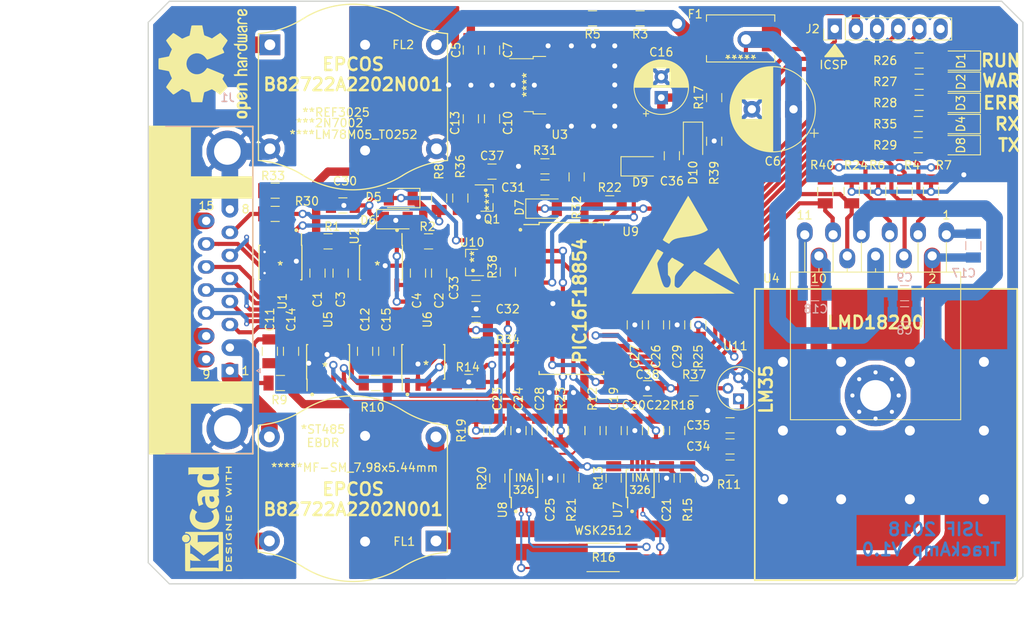
<source format=kicad_pcb>
(kicad_pcb (version 20171130) (host pcbnew "(5.0.0-rc2-dev-444-g2974a2c10)")
  (layers (0 F.Cu signal) (31 B.Cu signal) (34 B.Paste user) (35 F.Paste user) (36 B.SilkS user) (37 F.SilkS user) (38 B.Mask user) (39 F.Mask user) (44 Edge.Cuts user))
  (net 0 "")
  (net 1 "Net-(C1-Pad2)")
  (net 2 GND)
  (net 3 "Net-(C2-Pad2)")
  (net 4 +15V)
  (net 5 +5V)
  (net 6 "Net-(C11-Pad2)")
  (net 7 "Net-(C12-Pad2)")
  (net 8 OCC1)
  (net 9 "Net-(C17-Pad1)")
  (net 10 PWM2)
  (net 11 "Net-(C18-Pad2)")
  (net 12 "Net-(C19-Pad2)")
  (net 13 BMF)
  (net 14 "Net-(C23-Pad2)")
  (net 15 "Net-(C26-Pad2)")
  (net 16 OCC)
  (net 17 CSEN_FLT)
  (net 18 ID_R)
  (net 19 "Net-(C31-Pad2)")
  (net 20 "Net-(D1-Pad2)")
  (net 21 "Net-(D2-Pad2)")
  (net 22 "Net-(D3-Pad2)")
  (net 23 "Net-(D4-Pad2)")
  (net 24 ID)
  (net 25 RST)
  (net 26 OCC2)
  (net 27 PWMO2)
  (net 28 PWMO1)
  (net 29 ICSPDAT)
  (net 30 ICSPCLK)
  (net 31 "Net-(J2-Pad6)")
  (net 32 "Net-(R3-Pad2)")
  (net 33 BRK)
  (net 34 PWM)
  (net 35 DIR)
  (net 36 "Net-(R8-Pad1)")
  (net 37 "Net-(R13-Pad1)")
  (net 38 "Net-(R13-Pad2)")
  (net 39 TX_ENA)
  (net 40 "Net-(R18-Pad2)")
  (net 41 "Net-(R20-Pad1)")
  (net 42 "Net-(R20-Pad2)")
  (net 43 "Net-(R23-Pad2)")
  (net 44 CSEN)
  (net 45 "Net-(R26-Pad1)")
  (net 46 "Net-(R27-Pad1)")
  (net 47 "Net-(R28-Pad1)")
  (net 48 Reset_A)
  (net 49 Reset_B)
  (net 50 SYNC)
  (net 51 Sync_A)
  (net 52 Sync_B)
  (net 53 TX_B)
  (net 54 TX_A)
  (net 55 TX)
  (net 56 "Net-(U5-Pad1)")
  (net 57 RX_B)
  (net 58 RX_A)
  (net 59 RX)
  (net 60 "Net-(U9-Pad7)")
  (net 61 "Net-(U9-Pad10)")
  (net 62 "Net-(C32-Pad2)")
  (net 63 "Net-(D8-Pad2)")
  (net 64 "Net-(R29-Pad1)")
  (net 65 "Net-(R35-Pad2)")
  (net 66 Vbus_flt)
  (net 67 GNDD)
  (net 68 "Net-(C34-Pad2)")
  (net 69 TEMP)
  (net 70 "Net-(R37-Pad1)")
  (net 71 "Net-(C21-Pad2)")
  (net 72 "Net-(C25-Pad2)")
  (net 73 VREF)
  (net 74 PWM1)
  (net 75 "Net-(FL1-Pad1)")
  (net 76 "Net-(C6-Pad1)")
  (net 77 Vlm)
  (net 78 "Net-(R38-Pad2)")
  (net 79 "Net-(FL2-Pad1)")
  (net 80 "Net-(C37-Pad2)")
  (net 81 THFLG)
  (module Inductor_THT:Choke_EPCOS_B82722-A2302-N1-22.3x22.7mm (layer F.Cu) (at 84.544 114.8438 90)
    (fp_text reference FL1 (at -0.0762 -3.81) (layer F.SilkS))
    (fp_text value EMI_Filter_CMode)
    (pad 1 thru_hole rect (at 0 0 90) (size 2.5 2.5) (drill 1.3) (layers *.Cu *.Mask) (net 75 "Net-(FL1-Pad1)"))
    (pad 2 thru_hole circle (at 0 -20 90) (size 2.5 2.5) (drill 1.3) (layers *.Cu *.Mask) (net 28 PWMO1))
    (pad 3 thru_hole circle (at 12.5 0 90) (size 2.5 2.5) (drill 1.3) (layers *.Cu *.Mask) (net 10 PWM2))
    (pad 4 thru_hole circle (at 12.5 -20 90) (size 2.5 2.5) (drill 1.3) (layers *.Cu *.Mask) (net 27 PWMO2))
  )
  (module Inductor_THT:Choke_EPCOS_B82722-A2302-N1-22.3x22.7mm (layer F.Cu) (at 64.605 55.23 270)
    (fp_text reference FL2 (at 0 -16.002 180) (layer F.SilkS))
    (fp_text value EMI_Filter_CMode)
    (pad 1 thru_hole rect (at 0 0 270) (size 2.5 2.5) (drill 1.3) (layers *.Cu *.Mask) (net 79 "Net-(FL2-Pad1)"))
    (pad 2 thru_hole circle (at 0 -20 270) (size 2.5 2.5) (drill 1.3) (layers *.Cu *.Mask) (net 66 Vbus_flt))
    (pad 3 thru_hole circle (at 12.5 0 270) (size 2.5 2.5) (drill 1.3) (layers *.Cu *.Mask) (net 67 GNDD))
    (pad 4 thru_hole circle (at 12.5 -20 270) (size 2.5 2.5) (drill 1.3) (layers *.Cu *.Mask) (net 2 GND))
  )
  (module Resistor_SMD:R_1206_3216Metric (layer F.Cu) (at 117.945 61.58 90)
    (fp_text reference R17 (at 0 -1.85 90) (layer F.SilkS))
    (fp_text value 10k)
    (pad 1 smd rect (at -1.43 0 90) (size 1.22 1.8) (layers F.Cu F.Paste F.Mask) (net 77 Vlm))
    (pad 2 smd rect (at 1.43 0 90) (size 1.22 1.8) (layers F.Cu F.Paste F.Mask) (net 76 "Net-(C6-Pad1)"))
  )
  (module Fuse:Fuse_Bourns_MF-SM_7.98x5.44mm (layer F.Cu) (at 121.12 54.468 180)
    (fp_text reference F1 (at 5.461 2.921 180) (layer F.SilkS))
    (fp_text value 3.0A)
    (pad 1 smd rect (at -3.7 0 180) (size 2.3 3.1) (layers F.Cu F.Paste F.Mask) (net 76 "Net-(C6-Pad1)"))
    (pad 2 smd rect (at 3.7 0 180) (size 2.3 3.1) (layers F.Cu F.Paste F.Mask) (net 66 Vbus_flt))
  )
  (module Package_TO_SOT_THT:TO-220-11_20.02x17.50mm_P3.4x5.08mm_StaggerOdd_Lead8.45mm_Tab-Down (layer F.Cu) (at 145.82 78.06 180)
    (fp_text reference U4 (at 21.017 -5.237 180) (layer F.SilkS))
    (fp_text value LMD18200)
    (pad "" np_thru_hole oval (at 8.5 -19.3 180) (size 3.5 3.5) (drill 3.5) (layers *.Cu *.Mask))
    (pad 1 thru_hole oval (at 0 0 180) (size 1.9 2.4) (drill 1.1 (offset 0 0.3)) (layers *.Cu *.Mask) (net 9 "Net-(C17-Pad1)"))
    (pad 2 thru_hole oval (at 1.7 -2.54 180) (size 1.9 2.4) (drill 1.1 (offset 0 -0.3)) (layers *.Cu *.Mask) (net 74 PWM1))
    (pad 3 thru_hole oval (at 3.4 0 180) (size 1.9 2.4) (drill 1.1 (offset 0 0.3)) (layers *.Cu *.Mask) (net 35 DIR))
    (pad 4 thru_hole oval (at 5.1 -2.54 180) (size 1.9 2.4) (drill 1.1 (offset 0 -0.3)) (layers *.Cu *.Mask) (net 33 BRK))
    (pad 5 thru_hole oval (at 6.8 0 180) (size 1.9 2.4) (drill 1.1 (offset 0 0.3)) (layers *.Cu *.Mask) (net 34 PWM))
    (pad 6 thru_hole oval (at 8.5 -2.54 180) (size 1.9 2.4) (drill 1.1 (offset 0 -0.3)) (layers *.Cu *.Mask) (net 76 "Net-(C6-Pad1)"))
    (pad 7 thru_hole oval (at 10.2 0 180) (size 1.9 2.4) (drill 1.1 (offset 0 0.3)) (layers *.Cu *.Mask) (net 2 GND))
    (pad 8 thru_hole oval (at 11.9 -2.54 180) (size 1.9 2.4) (drill 1.1 (offset 0 -0.3)) (layers *.Cu *.Mask) (net 44 CSEN))
    (pad 9 thru_hole oval (at 13.6 0 180) (size 1.9 2.4) (drill 1.1 (offset 0 0.3)) (layers *.Cu *.Mask) (net 81 THFLG))
    (pad 10 thru_hole oval (at 15.3 -2.54 180) (size 1.9 2.4) (drill 1.1 (offset 0 -0.3)) (layers *.Cu *.Mask) (net 10 PWM2))
    (pad 11 thru_hole oval (at 17 0 180) (size 1.9 2.4) (drill 1.1 (offset 0 0.3)) (layers *.Cu *.Mask) (net 11 "Net-(C18-Pad2)"))
  )
  (module Connector_Dsub:DSUB-15_Male_Horizontal_P2.77x2.84mm_EdgePinOffset4.94mm_Housed_MountingHolesOffset7.48mm (layer B.Cu) (at 59.8 94.39 90)
    (fp_text reference J1 (at 32.81 -0.275 180) (layer B.SilkS) (effects (justify mirror)))
    (fp_text value DB15_Male_MountingHoles)
    (pad 1 thru_hole rect (at 0 0 90) (size 1.6 2) (drill 1) (layers *.Cu *.Mask) (net 27 PWMO2))
    (pad 2 thru_hole oval (at 2.77 0 90) (size 1.6 2) (drill 1) (layers *.Cu *.Mask) (net 67 GNDD))
    (pad 3 thru_hole oval (at 5.54 0 90) (size 1.6 2) (drill 1) (layers *.Cu *.Mask) (net 53 TX_B))
    (pad 4 thru_hole oval (at 8.31 0 90) (size 1.6 2) (drill 1) (layers *.Cu *.Mask) (net 57 RX_B))
    (pad 5 thru_hole oval (at 11.08 0 90) (size 1.6 2) (drill 1) (layers *.Cu *.Mask) (net 52 Sync_B))
    (pad 6 thru_hole oval (at 13.85 0 90) (size 1.6 2) (drill 1) (layers *.Cu *.Mask) (net 49 Reset_B))
    (pad 7 thru_hole oval (at 16.62 0 90) (size 1.6 2) (drill 1) (layers *.Cu *.Mask) (net 18 ID_R))
    (pad 8 thru_hole oval (at 19.39 0 90) (size 1.6 2) (drill 1) (layers *.Cu *.Mask) (net 67 GNDD))
    (pad 9 thru_hole oval (at 1.385 -2.84 90) (size 1.6 2) (drill 1) (layers *.Cu *.Mask) (net 28 PWMO1))
    (pad 10 thru_hole oval (at 4.155 -2.84 90) (size 1.6 2) (drill 1) (layers *.Cu *.Mask) (net 79 "Net-(FL2-Pad1)"))
    (pad 11 thru_hole oval (at 6.925 -2.84 90) (size 1.6 2) (drill 1) (layers *.Cu *.Mask) (net 54 TX_A))
    (pad 12 thru_hole oval (at 9.695 -2.84 90) (size 1.6 2) (drill 1) (layers *.Cu *.Mask) (net 58 RX_A))
    (pad 13 thru_hole oval (at 12.465 -2.84 90) (size 1.6 2) (drill 1) (layers *.Cu *.Mask) (net 51 Sync_A))
    (pad 14 thru_hole oval (at 15.235 -2.84 90) (size 1.6 2) (drill 1) (layers *.Cu *.Mask) (net 48 Reset_A))
    (pad 15 thru_hole oval (at 18.005 -2.84 90) (size 1.6 2) (drill 1) (layers *.Cu *.Mask) (net 79 "Net-(FL2-Pad1)"))
    (pad 0 thru_hole circle (at -6.955 -0.3 90) (size 5 5) (drill 3.2) (layers *.Cu *.Mask) (net 67 GNDD))
    (pad 0 thru_hole circle (at 26.345 -0.3 90) (size 5 5) (drill 3.2) (layers *.Cu *.Mask) (net 67 GNDD))
  )
  (module Connector_PinHeader_2.54mm:PinHeader_1x06_P2.54mm_Vertical (layer F.Cu) (at 132.423 53.325 90)
    (fp_text reference J2 (at 0 -2.667 180) (layer F.SilkS))
    (fp_text value Conn_01x06)
    (pad 1 thru_hole rect (at 0 0 90) (size 2.5 1.7) (drill 1) (layers *.Cu *.Mask) (net 25 RST))
    (pad 2 thru_hole oval (at 0 2.54 90) (size 2.5 1.7) (drill 1) (layers *.Cu *.Mask) (net 5 +5V))
    (pad 3 thru_hole oval (at 0 5.08 90) (size 2.5 1.7) (drill 1) (layers *.Cu *.Mask) (net 2 GND))
    (pad 4 thru_hole oval (at 0 7.62 90) (size 2.5 1.7) (drill 1) (layers *.Cu *.Mask) (net 29 ICSPDAT))
    (pad 5 thru_hole oval (at 0 10.16 90) (size 2.5 1.7) (drill 1) (layers *.Cu *.Mask) (net 30 ICSPCLK))
    (pad 6 thru_hole oval (at 0 12.7 90) (size 2.5 1.7) (drill 1) (layers *.Cu *.Mask) (net 31 "Net-(J2-Pad6)"))
  )
  (module Capacitor_SMD:C_1206_3216Metric (layer F.Cu) (at 70.32 82.662 270)
    (fp_text reference C1 (at 3.175 0 270) (layer F.SilkS))
    (fp_text value 22u)
    (pad 2 smd rect (at 1.43 0 270) (size 1.22 1.8) (layers F.Cu F.Paste F.Mask) (net 1 "Net-(C1-Pad2)"))
    (pad 1 smd rect (at -1.43 0 270) (size 1.22 1.8) (layers F.Cu F.Paste F.Mask) (net 2 GND))
  )
  (module Capacitor_SMD:C_1206_3216Metric (layer F.Cu) (at 84.925 82.662 270)
    (fp_text reference C2 (at 3.302 0 270) (layer F.SilkS))
    (fp_text value 22u)
    (pad 1 smd rect (at -1.43 0 270) (size 1.22 1.8) (layers F.Cu F.Paste F.Mask) (net 2 GND))
    (pad 2 smd rect (at 1.43 0 270) (size 1.22 1.8) (layers F.Cu F.Paste F.Mask) (net 3 "Net-(C2-Pad2)"))
  )
  (module Capacitor_SMD:C_1206_3216Metric (layer F.Cu) (at 73.096675 82.662 270)
    (fp_text reference C3 (at 3.175 0 270) (layer F.SilkS))
    (fp_text value 100n)
    (pad 1 smd rect (at -1.43 0 270) (size 1.22 1.8) (layers F.Cu F.Paste F.Mask) (net 2 GND))
    (pad 2 smd rect (at 1.43 0 270) (size 1.22 1.8) (layers F.Cu F.Paste F.Mask) (net 1 "Net-(C1-Pad2)"))
  )
  (module Capacitor_SMD:C_1206_3216Metric (layer F.Cu) (at 82.385 82.662 270)
    (fp_text reference C4 (at 3.302 0.127 270) (layer F.SilkS))
    (fp_text value 100n)
    (pad 1 smd rect (at -1.43 0 270) (size 1.22 1.8) (layers F.Cu F.Paste F.Mask) (net 2 GND))
    (pad 2 smd rect (at 1.43 0 270) (size 1.22 1.8) (layers F.Cu F.Paste F.Mask) (net 3 "Net-(C2-Pad2)"))
  )
  (module Capacitor_SMD:C_1206_3216Metric (layer F.Cu) (at 88.735 55.865 90)
    (fp_text reference C5 (at 0 -1.778 270) (layer F.SilkS))
    (fp_text value 22u)
    (pad 1 smd rect (at -1.43 0 90) (size 1.22 1.8) (layers F.Cu F.Paste F.Mask) (net 2 GND))
    (pad 2 smd rect (at 1.43 0 90) (size 1.22 1.8) (layers F.Cu F.Paste F.Mask) (net 4 +15V))
  )
  (module Capacitor_SMD:C_1206_3216Metric (layer F.Cu) (at 91.275 55.865 90)
    (fp_text reference C7 (at 0 1.905 270) (layer F.SilkS))
    (fp_text value 100n)
    (pad 2 smd rect (at 1.43 0 90) (size 1.22 1.8) (layers F.Cu F.Paste F.Mask) (net 4 +15V))
    (pad 1 smd rect (at -1.43 0 90) (size 1.22 1.8) (layers F.Cu F.Paste F.Mask) (net 2 GND))
  )
  (module Capacitor_SMD:C_1206_3216Metric (layer B.Cu) (at 140.805 87.615 180)
    (fp_text reference C8 (at 0 -1.905) (layer B.SilkS) (effects (justify mirror)))
    (fp_text value 22u)
    (pad 1 smd rect (at -1.43 0 180) (size 1.22 1.8) (layers B.Cu B.Paste B.Mask) (net 2 GND))
    (pad 2 smd rect (at 1.43 0 180) (size 1.22 1.8) (layers B.Cu B.Paste B.Mask) (net 76 "Net-(C6-Pad1)"))
  )
  (module Capacitor_SMD:C_1206_3216Metric (layer B.Cu) (at 140.805 85.075 180)
    (fp_text reference C9 (at 0 1.905 180) (layer B.SilkS) (effects (justify mirror)))
    (fp_text value 100n)
    (pad 2 smd rect (at 1.43 0 180) (size 1.22 1.8) (layers B.Cu B.Paste B.Mask) (net 76 "Net-(C6-Pad1)"))
    (pad 1 smd rect (at -1.43 0 180) (size 1.22 1.8) (layers B.Cu B.Paste B.Mask) (net 2 GND))
  )
  (module Capacitor_SMD:C_1206_3216Metric (layer F.Cu) (at 91.275 64.12 270)
    (fp_text reference C10 (at 0.508 -1.905 90) (layer F.SilkS))
    (fp_text value 100n)
    (pad 2 smd rect (at 1.43 0 270) (size 1.22 1.8) (layers F.Cu F.Paste F.Mask) (net 5 +5V))
    (pad 1 smd rect (at -1.43 0 270) (size 1.22 1.8) (layers F.Cu F.Paste F.Mask) (net 2 GND))
  )
  (module Capacitor_SMD:C_1206_3216Metric (layer F.Cu) (at 64.605 92.06 90)
    (fp_text reference C11 (at 3.81 0 90) (layer F.SilkS))
    (fp_text value 22u)
    (pad 1 smd rect (at -1.43 0 90) (size 1.22 1.8) (layers F.Cu F.Paste F.Mask) (net 2 GND))
    (pad 2 smd rect (at 1.43 0 90) (size 1.22 1.8) (layers F.Cu F.Paste F.Mask) (net 6 "Net-(C11-Pad2)"))
  )
  (module Capacitor_SMD:C_1206_3216Metric (layer F.Cu) (at 76.035 92.06 90)
    (fp_text reference C12 (at 3.81 0 90) (layer F.SilkS))
    (fp_text value 22u)
    (pad 2 smd rect (at 1.43 0 90) (size 1.22 1.8) (layers F.Cu F.Paste F.Mask) (net 7 "Net-(C12-Pad2)"))
    (pad 1 smd rect (at -1.43 0 90) (size 1.22 1.8) (layers F.Cu F.Paste F.Mask) (net 2 GND))
  )
  (module Capacitor_SMD:C_1206_3216Metric (layer F.Cu) (at 88.735 64.12 270)
    (fp_text reference C13 (at 0.508 1.905 90) (layer F.SilkS))
    (fp_text value 22u)
    (pad 1 smd rect (at -1.43 0 270) (size 1.22 1.8) (layers F.Cu F.Paste F.Mask) (net 2 GND))
    (pad 2 smd rect (at 1.43 0 270) (size 1.22 1.8) (layers F.Cu F.Paste F.Mask) (net 5 +5V))
  )
  (module Capacitor_SMD:C_1206_3216Metric (layer F.Cu) (at 67.145 92.06 90)
    (fp_text reference C14 (at 3.81 0 90) (layer F.SilkS))
    (fp_text value 100n)
    (pad 1 smd rect (at -1.43 0 90) (size 1.22 1.8) (layers F.Cu F.Paste F.Mask) (net 2 GND))
    (pad 2 smd rect (at 1.43 0 90) (size 1.22 1.8) (layers F.Cu F.Paste F.Mask) (net 6 "Net-(C11-Pad2)"))
  )
  (module Capacitor_SMD:C_1206_3216Metric (layer F.Cu) (at 78.575 92.06 90)
    (fp_text reference C15 (at 3.81 0 90) (layer F.SilkS))
    (fp_text value 100n)
    (pad 2 smd rect (at 1.43 0 90) (size 1.22 1.8) (layers F.Cu F.Paste F.Mask) (net 7 "Net-(C12-Pad2)"))
    (pad 1 smd rect (at -1.43 0 90) (size 1.22 1.8) (layers F.Cu F.Paste F.Mask) (net 2 GND))
  )
  (module Capacitor_THT:CP_Radial_D6.3mm_P2.50mm (layer F.Cu) (at 111.595 61.58 90)
    (fp_text reference C16 (at 5.461 0 -180) (layer F.SilkS))
    (fp_text value 100u)
    (pad 1 thru_hole rect (at 0 0 90) (size 1.6 1.6) (drill 0.8) (layers *.Cu *.Mask) (net 5 +5V))
    (pad 2 thru_hole circle (at 2.5 0 90) (size 1.6 1.6) (drill 0.8) (layers *.Cu *.Mask) (net 2 GND))
  )
  (module Capacitor_SMD:C_1206_3216Metric (layer B.Cu) (at 149.06 79.36 270)
    (fp_text reference C17 (at 3.302 1.143) (layer B.SilkS) (effects (justify mirror)))
    (fp_text value 10n)
    (pad 2 smd rect (at 1.43 0 270) (size 1.22 1.8) (layers B.Cu B.Paste B.Mask) (net 74 PWM1))
    (pad 1 smd rect (at -1.43 0 270) (size 1.22 1.8) (layers B.Cu B.Paste B.Mask) (net 9 "Net-(C17-Pad1)"))
  )
  (module Capacitor_SMD:C_1206_3216Metric (layer B.Cu) (at 130.01 85.075 180)
    (fp_text reference C18 (at -0.127 -1.905 180) (layer B.SilkS) (effects (justify mirror)))
    (fp_text value 10n)
    (pad 1 smd rect (at -1.43 0 180) (size 1.22 1.8) (layers B.Cu B.Paste B.Mask) (net 10 PWM2))
    (pad 2 smd rect (at 1.43 0 180) (size 1.22 1.8) (layers B.Cu B.Paste B.Mask) (net 11 "Net-(C18-Pad2)"))
  )
  (module Capacitor_SMD:C_1206_3216Metric (layer F.Cu) (at 105.88 101.585 270)
    (fp_text reference C19 (at -3.81 0 270) (layer F.SilkS))
    (fp_text value 22u)
    (pad 1 smd rect (at -1.43 0 270) (size 1.22 1.8) (layers F.Cu F.Paste F.Mask) (net 2 GND))
    (pad 2 smd rect (at 1.43 0 270) (size 1.22 1.8) (layers F.Cu F.Paste F.Mask) (net 12 "Net-(C19-Pad2)"))
  )
  (module Capacitor_SMD:C_1206_3216Metric (layer F.Cu) (at 108.42 101.585 270)
    (fp_text reference C20 (at -3.048 0.127) (layer F.SilkS))
    (fp_text value 100n)
    (pad 2 smd rect (at 1.43 0 270) (size 1.22 1.8) (layers F.Cu F.Paste F.Mask) (net 12 "Net-(C19-Pad2)"))
    (pad 1 smd rect (at -1.43 0 270) (size 1.22 1.8) (layers F.Cu F.Paste F.Mask) (net 2 GND))
  )
  (module Capacitor_SMD:C_1206_3216Metric (layer F.Cu) (at 112.23 107.3 90)
    (fp_text reference C21 (at -3.81 0 90) (layer F.SilkS))
    (fp_text value 100n)
    (pad 2 smd rect (at 1.43 0 90) (size 1.22 1.8) (layers F.Cu F.Paste F.Mask) (net 71 "Net-(C21-Pad2)"))
    (pad 1 smd rect (at -1.43 0 90) (size 1.22 1.8) (layers F.Cu F.Paste F.Mask) (net 2 GND))
  )
  (module Capacitor_SMD:C_1206_3216Metric (layer F.Cu) (at 110.96 101.585 270)
    (fp_text reference C22 (at -3.048 -0.254) (layer F.SilkS))
    (fp_text value 1u)
    (pad 1 smd rect (at -1.43 0 270) (size 1.22 1.8) (layers F.Cu F.Paste F.Mask) (net 2 GND))
    (pad 2 smd rect (at 1.43 0 270) (size 1.22 1.8) (layers F.Cu F.Paste F.Mask) (net 13 BMF))
  )
  (module Capacitor_SMD:C_1206_3216Metric (layer F.Cu) (at 91.91 101.585 270)
    (fp_text reference C23 (at -3.81 0 270) (layer F.SilkS))
    (fp_text value 22u)
    (pad 2 smd rect (at 1.43 0 270) (size 1.22 1.8) (layers F.Cu F.Paste F.Mask) (net 14 "Net-(C23-Pad2)"))
    (pad 1 smd rect (at -1.43 0 270) (size 1.22 1.8) (layers F.Cu F.Paste F.Mask) (net 2 GND))
  )
  (module Capacitor_SMD:C_1206_3216Metric (layer F.Cu) (at 94.45 101.585 270)
    (fp_text reference C24 (at -3.81 0 270) (layer F.SilkS))
    (fp_text value 100n)
    (pad 1 smd rect (at -1.43 0 270) (size 1.22 1.8) (layers F.Cu F.Paste F.Mask) (net 2 GND))
    (pad 2 smd rect (at 1.43 0 270) (size 1.22 1.8) (layers F.Cu F.Paste F.Mask) (net 14 "Net-(C23-Pad2)"))
  )
  (module Capacitor_SMD:C_1206_3216Metric (layer F.Cu) (at 98.26 107.3 90)
    (fp_text reference C25 (at -3.81 0 90) (layer F.SilkS))
    (fp_text value 100n)
    (pad 1 smd rect (at -1.43 0 90) (size 1.22 1.8) (layers F.Cu F.Paste F.Mask) (net 2 GND))
    (pad 2 smd rect (at 1.43 0 90) (size 1.22 1.8) (layers F.Cu F.Paste F.Mask) (net 72 "Net-(C25-Pad2)"))
  )
  (module Capacitor_SMD:C_1206_3216Metric (layer F.Cu) (at 110.96 88.882479 90)
    (fp_text reference C26 (at -3.81 0 90) (layer F.SilkS))
    (fp_text value 22u)
    (pad 2 smd rect (at 1.43 0 90) (size 1.22 1.8) (layers F.Cu F.Paste F.Mask) (net 15 "Net-(C26-Pad2)"))
    (pad 1 smd rect (at -1.43 0 90) (size 1.22 1.8) (layers F.Cu F.Paste F.Mask) (net 2 GND))
  )
  (module Capacitor_SMD:C_1206_3216Metric (layer F.Cu) (at 108.42 88.885 90)
    (fp_text reference C27 (at -3.81 0 90) (layer F.SilkS))
    (fp_text value 100n)
    (pad 1 smd rect (at -1.43 0 90) (size 1.22 1.8) (layers F.Cu F.Paste F.Mask) (net 2 GND))
    (pad 2 smd rect (at 1.43 0 90) (size 1.22 1.8) (layers F.Cu F.Paste F.Mask) (net 15 "Net-(C26-Pad2)"))
  )
  (module Capacitor_SMD:C_1206_3216Metric (layer F.Cu) (at 96.99 101.585 270)
    (fp_text reference C28 (at -3.81 0 270) (layer F.SilkS))
    (fp_text value 1u)
    (pad 1 smd rect (at -1.43 0 270) (size 1.22 1.8) (layers F.Cu F.Paste F.Mask) (net 2 GND))
    (pad 2 smd rect (at 1.43 0 270) (size 1.22 1.8) (layers F.Cu F.Paste F.Mask) (net 16 OCC))
  )
  (module Capacitor_SMD:C_1206_3216Metric (layer F.Cu) (at 113.5 88.885 90)
    (fp_text reference C29 (at -3.81 0 90) (layer F.SilkS))
    (fp_text value 22u)
    (pad 2 smd rect (at 1.43 0 90) (size 1.22 1.8) (layers F.Cu F.Paste F.Mask) (net 17 CSEN_FLT))
    (pad 1 smd rect (at -1.43 0 90) (size 1.22 1.8) (layers F.Cu F.Paste F.Mask) (net 2 GND))
  )
  (module Capacitor_SMD:C_1206_3216Metric (layer F.Cu) (at 73.368 74.534)
    (fp_text reference C30 (at 0.254 -2.921) (layer F.SilkS))
    (fp_text value 220n)
    (pad 2 smd rect (at 1.43 0) (size 1.22 1.8) (layers F.Cu F.Paste F.Mask) (net 24 ID))
    (pad 1 smd rect (at -1.43 0) (size 1.22 1.8) (layers F.Cu F.Paste F.Mask) (net 2 GND))
  )
  (module Capacitor_SMD:C_1206_3216Metric (layer F.Cu) (at 97.625 72.375)
    (fp_text reference C31 (at -3.81 0) (layer F.SilkS))
    (fp_text value 100n)
    (pad 2 smd rect (at 1.43 0) (size 1.22 1.8) (layers F.Cu F.Paste F.Mask) (net 19 "Net-(C31-Pad2)"))
    (pad 1 smd rect (at -1.43 0) (size 1.22 1.8) (layers F.Cu F.Paste F.Mask) (net 2 GND))
  )
  (module LED_SMD:LED_1206_3216Metric (layer F.Cu) (at 147.63 57.135 180)
    (fp_text reference D1 (at 0.056743 -0.015053 -90) (layer F.SilkS))
    (fp_text value LED)
    (pad 1 smd rect (at -1.43 0 180) (size 1.22 1.8) (layers F.Cu F.Paste F.Mask) (net 2 GND))
    (pad 2 smd rect (at 1.43 0 180) (size 1.22 1.8) (layers F.Cu F.Paste F.Mask) (net 20 "Net-(D1-Pad2)"))
  )
  (module LED_SMD:LED_1206_3216Metric (layer F.Cu) (at 147.63 59.675 180)
    (fp_text reference D2 (at 0.056743 -0.015053 -90) (layer F.SilkS))
    (fp_text value LED)
    (pad 1 smd rect (at -1.43 0 180) (size 1.22 1.8) (layers F.Cu F.Paste F.Mask) (net 2 GND))
    (pad 2 smd rect (at 1.43 0 180) (size 1.22 1.8) (layers F.Cu F.Paste F.Mask) (net 21 "Net-(D2-Pad2)"))
  )
  (module LED_SMD:LED_1206_3216Metric (layer F.Cu) (at 147.610058 62.215 180)
    (fp_text reference D3 (at 0.056743 -0.015053 -90) (layer F.SilkS))
    (fp_text value LED)
    (pad 2 smd rect (at 1.43 0 180) (size 1.22 1.8) (layers F.Cu F.Paste F.Mask) (net 22 "Net-(D3-Pad2)"))
    (pad 1 smd rect (at -1.43 0 180) (size 1.22 1.8) (layers F.Cu F.Paste F.Mask) (net 2 GND))
  )
  (module LED_SMD:LED_1206_3216Metric (layer F.Cu) (at 147.610058 64.755 180)
    (fp_text reference D4 (at 0.056743 0 -90) (layer F.SilkS))
    (fp_text value LED)
    (pad 2 smd rect (at 1.43 0 180) (size 1.22 1.8) (layers F.Cu F.Paste F.Mask) (net 23 "Net-(D4-Pad2)"))
    (pad 1 smd rect (at -1.43 0 180) (size 1.22 1.8) (layers F.Cu F.Paste F.Mask) (net 2 GND))
  )
  (module Diode_SMD:D_1206_3216Metric (layer F.Cu) (at 80.32 73.645 180)
    (fp_text reference D5 (at 3.269 0.127 180) (layer F.SilkS))
    (fp_text value 1n4148)
    (pad 1 smd rect (at -1.43 0 180) (size 1.22 1.8) (layers F.Cu F.Paste F.Mask) (net 5 +5V))
    (pad 2 smd rect (at 1.43 0 180) (size 1.22 1.8) (layers F.Cu F.Paste F.Mask) (net 24 ID))
  )
  (module Diode_SMD:D_1206_3216Metric (layer F.Cu) (at 79.718 76.185)
    (fp_text reference D6 (at -3.302 0.127) (layer F.SilkS))
    (fp_text value 1n4148)
    (pad 2 smd rect (at 1.43 0) (size 1.22 1.8) (layers F.Cu F.Paste F.Mask) (net 2 GND))
    (pad 1 smd rect (at -1.43 0) (size 1.22 1.8) (layers F.Cu F.Paste F.Mask) (net 24 ID))
  )
  (module Diode_SMD:D_1206_3216Metric (layer F.Cu) (at 97.625 74.915)
    (fp_text reference D7 (at -3.048 -0.127 90) (layer F.SilkS))
    (fp_text value 1n4148)
    (pad 1 smd rect (at -1.43 0) (size 1.22 1.8) (layers F.Cu F.Paste F.Mask) (net 25 RST))
    (pad 2 smd rect (at 1.43 0) (size 1.22 1.8) (layers F.Cu F.Paste F.Mask) (net 19 "Net-(C31-Pad2)"))
  )
  (module Package_TO_SOT_SMD:SOT-23 (layer F.Cu) (at 90.64 73.645)
    (fp_text reference Q1 (at 0.635 2.54) (layer F.SilkS))
    (fp_text value 2N7002)
    (pad 1 smd rect (at -1 -0.95) (size 0.9 0.8) (layers F.Cu F.Paste F.Mask) (net 80 "Net-(C37-Pad2)"))
    (pad 2 smd rect (at -1 0.95) (size 0.9 0.8) (layers F.Cu F.Paste F.Mask) (net 2 GND))
    (pad 3 smd rect (at 1 0) (size 0.9 0.8) (layers F.Cu F.Paste F.Mask) (net 25 RST))
  )
  (module Resistor_SMD:R_1206_3216Metric (layer F.Cu) (at 71.59 78.852 180)
    (fp_text reference R1 (at -0.508 1.778 180) (layer F.SilkS))
    (fp_text value 10E)
    (pad 2 smd rect (at 1.43 0 180) (size 1.22 1.8) (layers F.Cu F.Paste F.Mask) (net 5 +5V))
    (pad 1 smd rect (at -1.43 0 180) (size 1.22 1.8) (layers F.Cu F.Paste F.Mask) (net 1 "Net-(C1-Pad2)"))
  )
  (module Resistor_SMD:R_1206_3216Metric (layer F.Cu) (at 83.655 78.852 180)
    (fp_text reference R2 (at 0.127 1.778 180) (layer F.SilkS))
    (fp_text value 10E)
    (pad 2 smd rect (at 1.43 0 180) (size 1.22 1.8) (layers F.Cu F.Paste F.Mask) (net 5 +5V))
    (pad 1 smd rect (at -1.43 0 180) (size 1.22 1.8) (layers F.Cu F.Paste F.Mask) (net 3 "Net-(C2-Pad2)"))
  )
  (module Resistor_SMD:R_1206_3216Metric (layer F.Cu) (at 109.055 52.055 180)
    (fp_text reference R3 (at 0 -1.905 180) (layer F.SilkS))
    (fp_text value 10E)
    (pad 2 smd rect (at 1.43 0 180) (size 1.22 1.8) (layers F.Cu F.Paste F.Mask) (net 32 "Net-(R3-Pad2)"))
    (pad 1 smd rect (at -1.43 0 180) (size 1.22 1.8) (layers F.Cu F.Paste F.Mask) (net 66 Vbus_flt))
  )
  (module Resistor_SMD:R_1206_3216Metric (layer F.Cu) (at 140.805 72.85 90)
    (fp_text reference R4 (at 3.142 0.889) (layer F.SilkS))
    (fp_text value 4K7)
    (pad 2 smd rect (at 1.43 0 90) (size 1.22 1.8) (layers F.Cu F.Paste F.Mask) (net 5 +5V))
    (pad 1 smd rect (at -1.43 0 90) (size 1.22 1.8) (layers F.Cu F.Paste F.Mask) (net 33 BRK))
  )
  (module Resistor_SMD:R_1206_3216Metric (layer F.Cu) (at 103.34 52.055 180)
    (fp_text reference R5 (at 0 -1.905 180) (layer F.SilkS))
    (fp_text value 10E)
    (pad 1 smd rect (at -1.43 0 180) (size 1.22 1.8) (layers F.Cu F.Paste F.Mask) (net 32 "Net-(R3-Pad2)"))
    (pad 2 smd rect (at 1.43 0 180) (size 1.22 1.8) (layers F.Cu F.Paste F.Mask) (net 4 +15V))
  )
  (module Resistor_SMD:R_1206_3216Metric (layer F.Cu) (at 137.63 72.85 270)
    (fp_text reference R6 (at -3.175 0.11684) (layer F.SilkS))
    (fp_text value 4K7)
    (pad 1 smd rect (at -1.43 0 270) (size 1.22 1.8) (layers F.Cu F.Paste F.Mask) (net 2 GND))
    (pad 2 smd rect (at 1.43 0 270) (size 1.22 1.8) (layers F.Cu F.Paste F.Mask) (net 34 PWM))
  )
  (module Resistor_SMD:R_1206_3216Metric (layer F.Cu) (at 143.98 72.85 270)
    (fp_text reference R7 (at -3.142 -1.524) (layer F.SilkS))
    (fp_text value 4K7)
    (pad 1 smd rect (at -1.43 0 270) (size 1.22 1.8) (layers F.Cu F.Paste F.Mask) (net 2 GND))
    (pad 2 smd rect (at 1.43 0 270) (size 1.22 1.8) (layers F.Cu F.Paste F.Mask) (net 35 DIR))
  )
  (module Resistor_SMD:R_1206_3216Metric (layer F.Cu) (at 84.925 73.645 90)
    (fp_text reference R8 (at 3.175 0 90) (layer F.SilkS))
    (fp_text value 100E)
    (pad 1 smd rect (at -1.43 0 90) (size 1.22 1.8) (layers F.Cu F.Paste F.Mask) (net 36 "Net-(R8-Pad1)"))
    (pad 2 smd rect (at 1.43 0 90) (size 1.22 1.8) (layers F.Cu F.Paste F.Mask) (net 80 "Net-(C37-Pad2)"))
  )
  (module Resistor_SMD:R_1206_3216Metric (layer F.Cu) (at 65.875 95.87)
    (fp_text reference R9 (at -0.127 2.032) (layer F.SilkS))
    (fp_text value 10E)
    (pad 1 smd rect (at -1.43 0) (size 1.22 1.8) (layers F.Cu F.Paste F.Mask) (net 6 "Net-(C11-Pad2)"))
    (pad 2 smd rect (at 1.43 0) (size 1.22 1.8) (layers F.Cu F.Paste F.Mask) (net 5 +5V))
  )
  (module Resistor_SMD:R_1206_3216Metric (layer F.Cu) (at 77.305 95.87)
    (fp_text reference R10 (at -0.381 2.921) (layer F.SilkS))
    (fp_text value 10E)
    (pad 2 smd rect (at 1.43 0) (size 1.22 1.8) (layers F.Cu F.Paste F.Mask) (net 5 +5V))
    (pad 1 smd rect (at -1.43 0) (size 1.22 1.8) (layers F.Cu F.Paste F.Mask) (net 7 "Net-(C12-Pad2)"))
  )
  (module Resistor_SMD:R_1206_3216Metric (layer F.Cu) (at 119.85 106.03 180)
    (fp_text reference R11 (at 0.127 -2.032 180) (layer F.SilkS))
    (fp_text value 10E)
    (pad 2 smd rect (at 1.43 0 180) (size 1.22 1.8) (layers F.Cu F.Paste F.Mask) (net 5 +5V))
    (pad 1 smd rect (at -1.43 0 180) (size 1.22 1.8) (layers F.Cu F.Paste F.Mask) (net 68 "Net-(C34-Pad2)"))
  )
  (module Resistor_SMD:R_1206_3216Metric (layer F.Cu) (at 103.34 101.585 270)
    (fp_text reference R12 (at -3.81 0 270) (layer F.SilkS))
    (fp_text value 10E)
    (pad 2 smd rect (at 1.43 0 270) (size 1.22 1.8) (layers F.Cu F.Paste F.Mask) (net 12 "Net-(C19-Pad2)"))
    (pad 1 smd rect (at -1.43 0 270) (size 1.22 1.8) (layers F.Cu F.Paste F.Mask) (net 5 +5V))
  )
  (module Resistor_SMD:R_1206_3216Metric (layer F.Cu) (at 105.88 107.3 90)
    (fp_text reference R13 (at 0 -1.85 90) (layer F.SilkS))
    (fp_text value 10E)
    (pad 1 smd rect (at -1.43 0 90) (size 1.22 1.8) (layers F.Cu F.Paste F.Mask) (net 37 "Net-(R13-Pad1)"))
    (pad 2 smd rect (at 1.43 0 90) (size 1.22 1.8) (layers F.Cu F.Paste F.Mask) (net 38 "Net-(R13-Pad2)"))
  )
  (module Resistor_SMD:R_1206_3216Metric (layer F.Cu) (at 88.481 95.743)
    (fp_text reference R14 (at -0.127 -1.778) (layer F.SilkS))
    (fp_text value 4K7)
    (pad 2 smd rect (at 1.43 0) (size 1.22 1.8) (layers F.Cu F.Paste F.Mask) (net 39 TX_ENA))
    (pad 1 smd rect (at -1.43 0) (size 1.22 1.8) (layers F.Cu F.Paste F.Mask) (net 2 GND))
  )
  (module Resistor_SMD:R_1206_3216Metric (layer F.Cu) (at 114.77 107.3 270)
    (fp_text reference R15 (at 3.81 0 270) (layer F.SilkS))
    (fp_text value 10E)
    (pad 2 smd rect (at 1.43 0 270) (size 1.22 1.8) (layers F.Cu F.Paste F.Mask) (net 71 "Net-(C21-Pad2)"))
    (pad 1 smd rect (at -1.43 0 270) (size 1.22 1.8) (layers F.Cu F.Paste F.Mask) (net 73 VREF))
  )
  (module Resistor_SMD:R_1206_3216Metric (layer F.Cu) (at 113.5 101.585 90)
    (fp_text reference R18 (at 3.048 0.635 180) (layer F.SilkS))
    (fp_text value 100E)
    (pad 1 smd rect (at -1.43 0 90) (size 1.22 1.8) (layers F.Cu F.Paste F.Mask) (net 13 BMF))
    (pad 2 smd rect (at 1.43 0 90) (size 1.22 1.8) (layers F.Cu F.Paste F.Mask) (net 40 "Net-(R18-Pad2)"))
  )
  (module Resistor_SMD:R_1206_3216Metric (layer F.Cu) (at 89.37 101.585 270)
    (fp_text reference R19 (at 0 1.778 270) (layer F.SilkS))
    (fp_text value 10E)
    (pad 2 smd rect (at 1.43 0 270) (size 1.22 1.8) (layers F.Cu F.Paste F.Mask) (net 14 "Net-(C23-Pad2)"))
    (pad 1 smd rect (at -1.43 0 270) (size 1.22 1.8) (layers F.Cu F.Paste F.Mask) (net 5 +5V))
  )
  (module Resistor_SMD:R_1206_3216Metric (layer F.Cu) (at 91.91 107.3 90)
    (fp_text reference R20 (at 0 -1.85 90) (layer F.SilkS))
    (fp_text value 10E)
    (pad 1 smd rect (at -1.43 0 90) (size 1.22 1.8) (layers F.Cu F.Paste F.Mask) (net 41 "Net-(R20-Pad1)"))
    (pad 2 smd rect (at 1.43 0 90) (size 1.22 1.8) (layers F.Cu F.Paste F.Mask) (net 42 "Net-(R20-Pad2)"))
  )
  (module Resistor_SMD:R_1206_3216Metric (layer F.Cu) (at 100.8 107.3 270)
    (fp_text reference R21 (at 3.81 0 270) (layer F.SilkS))
    (fp_text value 10E)
    (pad 2 smd rect (at 1.43 0 270) (size 1.22 1.8) (layers F.Cu F.Paste F.Mask) (net 72 "Net-(C25-Pad2)"))
    (pad 1 smd rect (at -1.43 0 270) (size 1.22 1.8) (layers F.Cu F.Paste F.Mask) (net 73 VREF))
  )
  (module Resistor_SMD:R_1206_3216Metric (layer F.Cu) (at 105.405 74.28)
    (fp_text reference R22 (at 0 -1.905) (layer F.SilkS))
    (fp_text value 10E)
    (pad 1 smd rect (at -1.43 0) (size 1.22 1.8) (layers F.Cu F.Paste F.Mask) (net 5 +5V))
    (pad 2 smd rect (at 1.43 0) (size 1.22 1.8) (layers F.Cu F.Paste F.Mask) (net 15 "Net-(C26-Pad2)"))
  )
  (module Resistor_SMD:R_1206_3216Metric (layer F.Cu) (at 99.53 101.585 90)
    (fp_text reference R23 (at 3.81 0 90) (layer F.SilkS))
    (fp_text value 100E)
    (pad 1 smd rect (at -1.43 0 90) (size 1.22 1.8) (layers F.Cu F.Paste F.Mask) (net 16 OCC))
    (pad 2 smd rect (at 1.43 0 90) (size 1.22 1.8) (layers F.Cu F.Paste F.Mask) (net 43 "Net-(R23-Pad2)"))
  )
  (module Resistor_SMD:R_1206_3216Metric (layer F.Cu) (at 134.455 72.85 270)
    (fp_text reference R24 (at -3.142 -0.508) (layer F.SilkS))
    (fp_text value 3K3)
    (pad 2 smd rect (at 1.43 0 270) (size 1.22 1.8) (layers F.Cu F.Paste F.Mask) (net 44 CSEN))
    (pad 1 smd rect (at -1.43 0 270) (size 1.22 1.8) (layers F.Cu F.Paste F.Mask) (net 2 GND))
  )
  (module Resistor_SMD:R_1206_3216Metric (layer F.Cu) (at 116.04 88.885 90)
    (fp_text reference R25 (at -3.81 0 90) (layer F.SilkS))
    (fp_text value 1K)
    (pad 1 smd rect (at -1.43 0 90) (size 1.22 1.8) (layers F.Cu F.Paste F.Mask) (net 44 CSEN))
    (pad 2 smd rect (at 1.43 0 90) (size 1.22 1.8) (layers F.Cu F.Paste F.Mask) (net 17 CSEN_FLT))
  )
  (module Resistor_SMD:R_1206_3216Metric (layer F.Cu) (at 65.24 75.55)
    (fp_text reference R30 (at 3.81 -1.524) (layer F.SilkS))
    (fp_text value 10k)
    (pad 1 smd rect (at -1.43 0) (size 1.22 1.8) (layers F.Cu F.Paste F.Mask) (net 18 ID_R))
    (pad 2 smd rect (at 1.43 0) (size 1.22 1.8) (layers F.Cu F.Paste F.Mask) (net 24 ID))
  )
  (module Resistor_SMD:R_1206_3216Metric (layer F.Cu) (at 97.625 69.835 180)
    (fp_text reference R31 (at 0 1.905 180) (layer F.SilkS))
    (fp_text value 100K)
    (pad 1 smd rect (at -1.43 0 180) (size 1.22 1.8) (layers F.Cu F.Paste F.Mask) (net 19 "Net-(C31-Pad2)"))
    (pad 2 smd rect (at 1.43 0 180) (size 1.22 1.8) (layers F.Cu F.Paste F.Mask) (net 2 GND))
  )
  (module Resistor_SMD:R_1206_3216Metric (layer F.Cu) (at 101.435 71.105 90)
    (fp_text reference R32 (at -3.683 -0.002521 90) (layer F.SilkS))
    (fp_text value 10K)
    (pad 1 smd rect (at -1.43 0 90) (size 1.22 1.8) (layers F.Cu F.Paste F.Mask) (net 5 +5V))
    (pad 2 smd rect (at 1.43 0 90) (size 1.22 1.8) (layers F.Cu F.Paste F.Mask) (net 19 "Net-(C31-Pad2)"))
  )
  (module Resistor_SMD:R_1206_3216Metric (layer F.Cu) (at 65.24 72.756 180)
    (fp_text reference R33 (at 0.254 1.778 180) (layer F.SilkS))
    (fp_text value 1K)
    (pad 2 smd rect (at 1.43 0 180) (size 1.22 1.8) (layers F.Cu F.Paste F.Mask) (net 18 ID_R))
    (pad 1 smd rect (at -1.43 0 180) (size 1.22 1.8) (layers F.Cu F.Paste F.Mask) (net 5 +5V))
  )
  (module Package_SO:SOIC-8_3.9x4.9mm_P1.27mm (layer F.Cu) (at 65.875 81.392 270)
    (fp_text reference U1 (at 4.6609 -0.2286 270) (layer F.SilkS))
    (fp_text value ST485EBDR)
    (pad 1 smd rect (at -2.7 -1.905 270) (size 1.55 0.6) (layers F.Cu F.Paste F.Mask) (net 36 "Net-(R8-Pad1)"))
    (pad 2 smd rect (at -2.7 -0.635 270) (size 1.55 0.6) (layers F.Cu F.Paste F.Mask) (net 2 GND))
    (pad 3 smd rect (at -2.7 0.635 270) (size 1.55 0.6) (layers F.Cu F.Paste F.Mask) (net 2 GND))
    (pad 4 smd rect (at -2.7 1.905 270) (size 1.55 0.6) (layers F.Cu F.Paste F.Mask) (net 2 GND))
    (pad 5 smd rect (at 2.7 1.905 270) (size 1.55 0.6) (layers F.Cu F.Paste F.Mask) (net 2 GND))
    (pad 6 smd rect (at 2.7 0.635 270) (size 1.55 0.6) (layers F.Cu F.Paste F.Mask) (net 48 Reset_A))
    (pad 7 smd rect (at 2.7 -0.635 270) (size 1.55 0.6) (layers F.Cu F.Paste F.Mask) (net 49 Reset_B))
    (pad 8 smd rect (at 2.7 -1.905 270) (size 1.55 0.6) (layers F.Cu F.Paste F.Mask) (net 1 "Net-(C1-Pad2)"))
  )
  (module Package_SO:SOIC-8_3.9x4.9mm_P1.27mm (layer F.Cu) (at 77.94 81.392 270)
    (fp_text reference U2 (at -3.175 3.175 270) (layer F.SilkS))
    (fp_text value ST485EBDR)
    (pad 1 smd rect (at -2.7 -1.905 270) (size 1.55 0.6) (layers F.Cu F.Paste F.Mask) (net 50 SYNC))
    (pad 2 smd rect (at -2.7 -0.635 270) (size 1.55 0.6) (layers F.Cu F.Paste F.Mask) (net 2 GND))
    (pad 3 smd rect (at -2.7 0.635 270) (size 1.55 0.6) (layers F.Cu F.Paste F.Mask) (net 2 GND))
    (pad 4 smd rect (at -2.7 1.905 270) (size 1.55 0.6) (layers F.Cu F.Paste F.Mask) (net 2 GND))
    (pad 5 smd rect (at 2.7 1.905 270) (size 1.55 0.6) (layers F.Cu F.Paste F.Mask) (net 2 GND))
    (pad 6 smd rect (at 2.7 0.635 270) (size 1.55 0.6) (layers F.Cu F.Paste F.Mask) (net 51 Sync_A))
    (pad 7 smd rect (at 2.7 -0.635 270) (size 1.55 0.6) (layers F.Cu F.Paste F.Mask) (net 52 Sync_B))
    (pad 8 smd rect (at 2.7 -1.905 270) (size 1.55 0.6) (layers F.Cu F.Paste F.Mask) (net 3 "Net-(C2-Pad2)"))
  )
  (module Package_TO_SOT_SMD:TO-252-2 (layer F.Cu) (at 98.687861 60.084326)
    (fp_text reference U3 (at 0.715139 5.940674) (layer F.SilkS))
    (fp_text value LM78M05_TO252)
    (pad 1 smd rect (at -4.2 -2.28) (size 2.2 1.2) (layers F.Cu F.Paste F.Mask) (net 4 +15V))
    (pad 3 smd rect (at -4.2 2.28) (size 2.2 1.2) (layers F.Cu F.Paste F.Mask) (net 5 +5V))
    (pad 2 smd rect (at 2.1 0) (size 6.4 5.8) (layers F.Cu F.Mask) (net 2 GND))
  )
  (module Package_SO:SOIC-8_3.9x4.9mm_P1.27mm (layer F.Cu) (at 71.59 93.33 90)
    (fp_text reference U5 (at 5.08 0 90) (layer F.SilkS))
    (fp_text value ST485EBDR)
    (pad 8 smd rect (at 2.7 -1.905 90) (size 1.55 0.6) (layers F.Cu F.Paste F.Mask) (net 6 "Net-(C11-Pad2)"))
    (pad 7 smd rect (at 2.7 -0.635 90) (size 1.55 0.6) (layers F.Cu F.Paste F.Mask) (net 53 TX_B))
    (pad 6 smd rect (at 2.7 0.635 90) (size 1.55 0.6) (layers F.Cu F.Paste F.Mask) (net 54 TX_A))
    (pad 5 smd rect (at 2.7 1.905 90) (size 1.55 0.6) (layers F.Cu F.Paste F.Mask) (net 2 GND))
    (pad 4 smd rect (at -2.7 1.905 90) (size 1.55 0.6) (layers F.Cu F.Paste F.Mask) (net 55 TX))
    (pad 3 smd rect (at -2.7 0.635 90) (size 1.55 0.6) (layers F.Cu F.Paste F.Mask) (net 39 TX_ENA))
    (pad 2 smd rect (at -2.7 -0.635 90) (size 1.55 0.6) (layers F.Cu F.Paste F.Mask) (net 6 "Net-(C11-Pad2)"))
    (pad 1 smd rect (at -2.7 -1.905 90) (size 1.55 0.6) (layers F.Cu F.Paste F.Mask) (net 56 "Net-(U5-Pad1)"))
  )
  (module Package_SO:SOIC-8_3.9x4.9mm_P1.27mm (layer F.Cu) (at 83.02 93.33 90)
    (fp_text reference U6 (at 5.08 0.508 90) (layer F.SilkS))
    (fp_text value ST485EBDR)
    (pad 8 smd rect (at 2.7 -1.905 90) (size 1.55 0.6) (layers F.Cu F.Paste F.Mask) (net 7 "Net-(C12-Pad2)"))
    (pad 7 smd rect (at 2.7 -0.635 90) (size 1.55 0.6) (layers F.Cu F.Paste F.Mask) (net 57 RX_B))
    (pad 6 smd rect (at 2.7 0.635 90) (size 1.55 0.6) (layers F.Cu F.Paste F.Mask) (net 58 RX_A))
    (pad 5 smd rect (at 2.7 1.905 90) (size 1.55 0.6) (layers F.Cu F.Paste F.Mask) (net 2 GND))
    (pad 4 smd rect (at -2.7 1.905 90) (size 1.55 0.6) (layers F.Cu F.Paste F.Mask) (net 2 GND))
    (pad 3 smd rect (at -2.7 0.635 90) (size 1.55 0.6) (layers F.Cu F.Paste F.Mask) (net 2 GND))
    (pad 2 smd rect (at -2.7 -0.635 90) (size 1.55 0.6) (layers F.Cu F.Paste F.Mask) (net 2 GND))
    (pad 1 smd rect (at -2.7 -1.905 90) (size 1.55 0.6) (layers F.Cu F.Paste F.Mask) (net 59 RX))
  )
  (module Package_SO:MSOP-8_3x3mm_P0.65mm (layer F.Cu) (at 109.055 107.935 90)
    (fp_text reference U7 (at -3.175 -2.667 90) (layer F.SilkS))
    (fp_text value INA326)
    (pad 1 smd rect (at -2.2 -0.975 90) (size 1.45 0.45) (layers F.Cu F.Paste F.Mask) (net 37 "Net-(R13-Pad1)"))
    (pad 2 smd rect (at -2.2 -0.325 90) (size 1.45 0.45) (layers F.Cu F.Paste F.Mask) (net 10 PWM2))
    (pad 3 smd rect (at -2.2 0.325 90) (size 1.45 0.45) (layers F.Cu F.Paste F.Mask) (net 74 PWM1))
    (pad 4 smd rect (at -2.2 0.975 90) (size 1.45 0.45) (layers F.Cu F.Paste F.Mask) (net 2 GND))
    (pad 5 smd rect (at 2.2 0.975 90) (size 1.45 0.45) (layers F.Cu F.Paste F.Mask) (net 71 "Net-(C21-Pad2)"))
    (pad 6 smd rect (at 2.2 0.325 90) (size 1.45 0.45) (layers F.Cu F.Paste F.Mask) (net 40 "Net-(R18-Pad2)"))
    (pad 7 smd rect (at 2.2 -0.325 90) (size 1.45 0.45) (layers F.Cu F.Paste F.Mask) (net 12 "Net-(C19-Pad2)"))
    (pad 8 smd rect (at 2.2 -0.975 90) (size 1.45 0.45) (layers F.Cu F.Paste F.Mask) (net 38 "Net-(R13-Pad2)"))
  )
  (module Package_SO:MSOP-8_3x3mm_P0.65mm (layer F.Cu) (at 95.085 107.935 90)
    (fp_text reference U8 (at -3.175 -2.54 90) (layer F.SilkS))
    (fp_text value INA326)
    (pad 8 smd rect (at 2.2 -0.975 90) (size 1.45 0.45) (layers F.Cu F.Paste F.Mask) (net 42 "Net-(R20-Pad2)"))
    (pad 7 smd rect (at 2.2 -0.325 90) (size 1.45 0.45) (layers F.Cu F.Paste F.Mask) (net 14 "Net-(C23-Pad2)"))
    (pad 6 smd rect (at 2.2 0.325 90) (size 1.45 0.45) (layers F.Cu F.Paste F.Mask) (net 43 "Net-(R23-Pad2)"))
    (pad 5 smd rect (at 2.2 0.975 90) (size 1.45 0.45) (layers F.Cu F.Paste F.Mask) (net 72 "Net-(C25-Pad2)"))
    (pad 4 smd rect (at -2.2 0.975 90) (size 1.45 0.45) (layers F.Cu F.Paste F.Mask) (net 2 GND))
    (pad 3 smd rect (at -2.2 0.325 90) (size 1.45 0.45) (layers F.Cu F.Paste F.Mask) (net 8 OCC1))
    (pad 2 smd rect (at -2.2 -0.325 90) (size 1.45 0.45) (layers F.Cu F.Paste F.Mask) (net 26 OCC2))
    (pad 1 smd rect (at -2.2 -0.975 90) (size 1.45 0.45) (layers F.Cu F.Paste F.Mask) (net 41 "Net-(R20-Pad1)"))
  )
  (module Package_SO:SOIC-28W_7.5x17.9mm_P1.27mm (layer F.Cu) (at 100.8 85.707479)
    (fp_text reference U9 (at 7.112 -8.023879) (layer F.SilkS))
    (fp_text value PIC16F18854-SO)
    (pad 1 smd rect (at -4.7 -8.255) (size 2 0.6) (layers F.Cu F.Paste F.Mask) (net 25 RST))
    (pad 2 smd rect (at -4.7 -6.985) (size 2 0.6) (layers F.Cu F.Paste F.Mask) (net 24 ID))
    (pad 3 smd rect (at -4.7 -5.715) (size 2 0.6) (layers F.Cu F.Paste F.Mask) (net 16 OCC))
    (pad 4 smd rect (at -4.7 -4.445) (size 2 0.6) (layers F.Cu F.Paste F.Mask) (net 13 BMF))
    (pad 5 smd rect (at -4.7 -3.175) (size 2 0.6) (layers F.Cu F.Paste F.Mask) (net 78 "Net-(R38-Pad2)"))
    (pad 6 smd rect (at -4.7 -1.905) (size 2 0.6) (layers F.Cu F.Paste F.Mask) (net 77 Vlm))
    (pad 7 smd rect (at -4.7 -0.635) (size 2 0.6) (layers F.Cu F.Paste F.Mask) (net 60 "Net-(U9-Pad7)"))
    (pad 8 smd rect (at -4.7 0.635) (size 2 0.6) (layers F.Cu F.Paste F.Mask) (net 2 GND))
    (pad 9 smd rect (at -4.7 1.905) (size 2 0.6) (layers F.Cu F.Paste F.Mask) (net 81 THFLG))
    (pad 10 smd rect (at -4.7 3.175) (size 2 0.6) (layers F.Cu F.Paste F.Mask) (net 61 "Net-(U9-Pad10)"))
    (pad 11 smd rect (at -4.7 4.445) (size 2 0.6) (layers F.Cu F.Paste F.Mask) (net 50 SYNC))
    (pad 12 smd rect (at -4.7 5.715) (size 2 0.6) (layers F.Cu F.Paste F.Mask) (net 55 TX))
    (pad 13 smd rect (at -4.7 6.985) (size 2 0.6) (layers F.Cu F.Paste F.Mask) (net 39 TX_ENA))
    (pad 14 smd rect (at -4.7 8.255) (size 2 0.6) (layers F.Cu F.Paste F.Mask) (net 59 RX))
    (pad 15 smd rect (at 4.7 8.255) (size 2 0.6) (layers F.Cu F.Paste F.Mask) (net 34 PWM))
    (pad 16 smd rect (at 4.7 6.985) (size 2 0.6) (layers F.Cu F.Paste F.Mask) (net 33 BRK))
    (pad 17 smd rect (at 4.7 5.715) (size 2 0.6) (layers F.Cu F.Paste F.Mask) (net 35 DIR))
    (pad 18 smd rect (at 4.7 4.445) (size 2 0.6) (layers F.Cu F.Paste F.Mask) (net 69 TEMP))
    (pad 19 smd rect (at 4.7 3.175) (size 2 0.6) (layers F.Cu F.Paste F.Mask) (net 2 GND))
    (pad 20 smd rect (at 4.7 1.905) (size 2 0.6) (layers F.Cu F.Paste F.Mask) (net 15 "Net-(C26-Pad2)"))
    (pad 21 smd rect (at 4.7 0.635) (size 2 0.6) (layers F.Cu F.Paste F.Mask) (net 17 CSEN_FLT))
    (pad 22 smd rect (at 4.7 -0.635) (size 2 0.6) (layers F.Cu F.Paste F.Mask) (net 64 "Net-(R29-Pad1)"))
    (pad 23 smd rect (at 4.7 -1.905) (size 2 0.6) (layers F.Cu F.Paste F.Mask) (net 65 "Net-(R35-Pad2)"))
    (pad 24 smd rect (at 4.7 -3.175) (size 2 0.6) (layers F.Cu F.Paste F.Mask) (net 47 "Net-(R28-Pad1)"))
    (pad 25 smd rect (at 4.7 -4.445) (size 2 0.6) (layers F.Cu F.Paste F.Mask) (net 46 "Net-(R27-Pad1)"))
    (pad 26 smd rect (at 4.7 -5.715) (size 2 0.6) (layers F.Cu F.Paste F.Mask) (net 45 "Net-(R26-Pad1)"))
    (pad 27 smd rect (at 4.7 -6.985) (size 2 0.6) (layers F.Cu F.Paste F.Mask) (net 30 ICSPCLK))
    (pad 28 smd rect (at 4.7 -8.255) (size 2 0.6) (layers F.Cu F.Paste F.Mask) (net 29 ICSPDAT))
  )
  (module Capacitor_SMD:C_1206_3216Metric (layer F.Cu) (at 89.347872 86.987536)
    (fp_text reference C32 (at 3.81 0) (layer F.SilkS))
    (fp_text value 22u)
    (pad 1 smd rect (at -1.43 0) (size 1.22 1.8) (layers F.Cu F.Paste F.Mask) (net 2 GND))
    (pad 2 smd rect (at 1.43 0) (size 1.22 1.8) (layers F.Cu F.Paste F.Mask) (net 62 "Net-(C32-Pad2)"))
  )
  (module Capacitor_SMD:C_1206_3216Metric (layer F.Cu) (at 89.347872 84.447536)
    (fp_text reference C33 (at -2.644872 -0.007536 90) (layer F.SilkS))
    (fp_text value 100n)
    (pad 2 smd rect (at 1.43 0) (size 1.22 1.8) (layers F.Cu F.Paste F.Mask) (net 62 "Net-(C32-Pad2)"))
    (pad 1 smd rect (at -1.43 0) (size 1.22 1.8) (layers F.Cu F.Paste F.Mask) (net 2 GND))
  )
  (module Resistor_SMD:R_1206_3216Metric (layer F.Cu) (at 89.347872 89.527536)
    (fp_text reference R34 (at 3.832128 1.135464) (layer F.SilkS))
    (fp_text value 10E)
    (pad 1 smd rect (at -1.43 0) (size 1.22 1.8) (layers F.Cu F.Paste F.Mask) (net 5 +5V))
    (pad 2 smd rect (at 1.43 0) (size 1.22 1.8) (layers F.Cu F.Paste F.Mask) (net 62 "Net-(C32-Pad2)"))
  )
  (module Package_TO_SOT_SMD:SOT-23 (layer F.Cu) (at 88.862 81.392 180)
    (fp_text reference U10 (at -0.0254 2.413 180) (layer F.SilkS))
    (fp_text value REF3025)
    (pad 1 smd rect (at -1 -0.95 180) (size 0.9 0.8) (layers F.Cu F.Paste F.Mask) (net 62 "Net-(C32-Pad2)"))
    (pad 2 smd rect (at -1 0.95 180) (size 0.9 0.8) (layers F.Cu F.Paste F.Mask) (net 73 VREF))
    (pad 3 smd rect (at 1 0 180) (size 0.9 0.8) (layers F.Cu F.Paste F.Mask) (net 2 GND))
  )
  (module LED_SMD:LED_1206_3216Metric (layer F.Cu) (at 147.610058 67.295 180)
    (fp_text reference D8 (at 0.056743 -0.015053 -90) (layer F.SilkS))
    (fp_text value LED)
    (pad 1 smd rect (at -1.43 0 180) (size 1.22 1.8) (layers F.Cu F.Paste F.Mask) (net 2 GND))
    (pad 2 smd rect (at 1.43 0 180) (size 1.22 1.8) (layers F.Cu F.Paste F.Mask) (net 63 "Net-(D8-Pad2)"))
  )
  (module Capacitor_SMD:C_1206_3216Metric (layer F.Cu) (at 119.85 103.49)
    (fp_text reference C34 (at -3.81 0) (layer F.SilkS))
    (fp_text value 22u)
    (pad 2 smd rect (at 1.43 0) (size 1.22 1.8) (layers F.Cu F.Paste F.Mask) (net 68 "Net-(C34-Pad2)"))
    (pad 1 smd rect (at -1.43 0) (size 1.22 1.8) (layers F.Cu F.Paste F.Mask) (net 2 GND))
  )
  (module Capacitor_SMD:C_1206_3216Metric (layer F.Cu) (at 119.85 100.95)
    (fp_text reference C35 (at -3.81 0) (layer F.SilkS))
    (fp_text value 100n)
    (pad 1 smd rect (at -1.43 0) (size 1.22 1.8) (layers F.Cu F.Paste F.Mask) (net 2 GND))
    (pad 2 smd rect (at 1.43 0) (size 1.22 1.8) (layers F.Cu F.Paste F.Mask) (net 68 "Net-(C34-Pad2)"))
  )
  (module Package_TO_SOT_THT:TO-92 (layer F.Cu) (at 120.866 97.775 90)
    (fp_text reference U11 (at 6.35 -0.381 180) (layer F.SilkS))
    (fp_text value LM35-LP)
    (pad 2 thru_hole circle (at 1.27 -1.27 180) (size 1.3 1.3) (drill 0.75) (layers *.Cu *.Mask) (net 70 "Net-(R37-Pad1)"))
    (pad 3 thru_hole circle (at 2.54 0 180) (size 1.3 1.3) (drill 0.75) (layers *.Cu *.Mask) (net 2 GND))
    (pad 1 thru_hole rect (at 0 0 180) (size 1.3 1.3) (drill 0.75) (layers *.Cu *.Mask) (net 68 "Net-(C34-Pad2)"))
  )
  (module Resistor_SMD:R_1206_3216Metric (layer F.Cu) (at 87.465 73.645 270)
    (fp_text reference R36 (at -3.81 0 270) (layer F.SilkS))
    (fp_text value 10K)
    (pad 1 smd rect (at -1.43 0 270) (size 1.22 1.8) (layers F.Cu F.Paste F.Mask) (net 80 "Net-(C37-Pad2)"))
    (pad 2 smd rect (at 1.43 0 270) (size 1.22 1.8) (layers F.Cu F.Paste F.Mask) (net 2 GND))
  )
  (module Resistor_SMD:R_1206_3216Metric (layer F.Cu) (at 115.532 96.505 180)
    (fp_text reference R37 (at 0 1.651) (layer F.SilkS))
    (fp_text value 10E)
    (pad 1 smd rect (at -1.43 0 180) (size 1.22 1.8) (layers F.Cu F.Paste F.Mask) (net 70 "Net-(R37-Pad1)"))
    (pad 2 smd rect (at 1.43 0 180) (size 1.22 1.8) (layers F.Cu F.Paste F.Mask) (net 69 TEMP))
  )
  (module MountingHole:MountingHole_3.7mm_Pad_Via (layer F.Cu) (at 137.317013 97.367015 180)
    (fp_text reference MK1)
    (fp_text value Mounting_Hole)
    (pad 1 thru_hole circle (at 0 0 180) (size 7.4 7.4) (drill 3.7) (layers *.Cu *.Mask))
    (pad 1 thru_hole circle (at 2.775 0 180) (size 0.8 0.8) (drill 0.5) (layers *.Cu *.Mask))
    (pad 1 thru_hole circle (at 1.962221 1.962221 180) (size 0.8 0.8) (drill 0.5) (layers *.Cu *.Mask))
    (pad 1 thru_hole circle (at 0 2.775 180) (size 0.8 0.8) (drill 0.5) (layers *.Cu *.Mask))
    (pad 1 thru_hole circle (at -1.962221 1.962221 180) (size 0.8 0.8) (drill 0.5) (layers *.Cu *.Mask))
    (pad 1 thru_hole circle (at -2.775 0 180) (size 0.8 0.8) (drill 0.5) (layers *.Cu *.Mask))
    (pad 1 thru_hole circle (at -1.962221 -1.962221 180) (size 0.8 0.8) (drill 0.5) (layers *.Cu *.Mask))
    (pad 1 thru_hole circle (at 0 -2.775 180) (size 0.8 0.8) (drill 0.5) (layers *.Cu *.Mask))
    (pad 1 thru_hole circle (at 1.962221 -1.962221 180) (size 0.8 0.8) (drill 0.5) (layers *.Cu *.Mask))
  )
  (module Resistor_SMD:R_Shunt_2512_6332Metric_0.005-0.2 (layer F.Cu) (at 104.61 116.825 180)
    (fp_text reference R16 (at -0.0635 0 180) (layer F.SilkS))
    (fp_text value 0.025)
    (pad 1 smd rect (at -2.985 -0.635 180) (size 2.29 2.03) (layers F.Cu F.Paste F.Mask) (net 74 PWM1))
    (pad 4 smd rect (at 2.985 0.635 180) (size 2.29 2.03) (layers F.Cu F.Paste F.Mask) (net 75 "Net-(FL1-Pad1)"))
    (pad 2 smd rect (at -3.43 1.27 180) (size 1.4 0.76) (layers F.Cu F.Paste F.Mask) (net 8 OCC1))
    (pad 3 smd rect (at 3.43 -1.27 180) (size 1.4 0.76) (layers F.Cu F.Paste F.Mask) (net 26 OCC2))
  )
  (module Symbol:ESD-Logo_13.2x12mm_SilkScreen (layer F.Cu) (at 114.516 79.233)
    (fp_text reference REF** hide)
    (fp_text value ESD-Logo_13.2x12mm_SilkScreen hide)
  )
  (module Symbol:KiCad-Logo2_6mm_SilkScreen (layer F.Cu) (at 57.0358 112.2022 90)
    (fp_text reference REF** hide)
    (fp_text value KiCad-Logo2_6mm_SilkScreen hide)
  )
  (module Symbol:OSHW-Logo2_14.6x12mm_SilkScreen (layer F.Cu) (at 56.7818 57.516 90)
    (fp_text reference REF** hide)
    (fp_text value OSHW-Logo2_14.6x12mm_SilkScreen hide)
  )
  (module Capacitor_SMD:C_1206_3216Metric (layer F.Cu) (at 112.865 68.565 90)
    (fp_text reference C36 (at -3.048 0 180) (layer F.SilkS))
    (fp_text value 220n)
    (pad 1 smd rect (at -1.43 0 90) (size 1.22 1.8) (layers F.Cu F.Paste F.Mask) (net 2 GND))
    (pad 2 smd rect (at 1.43 0 90) (size 1.22 1.8) (layers F.Cu F.Paste F.Mask) (net 77 Vlm))
  )
  (module Diode_SMD:D_1206_3216Metric (layer F.Cu) (at 109.055 69.835)
    (fp_text reference D9 (at 0 1.905) (layer F.SilkS))
    (fp_text value 1n4148)
    (pad 2 smd rect (at 1.43 0) (size 1.22 1.8) (layers F.Cu F.Paste F.Mask) (net 77 Vlm))
    (pad 1 smd rect (at -1.43 0) (size 1.22 1.8) (layers F.Cu F.Paste F.Mask) (net 5 +5V))
  )
  (module Diode_SMD:D_1206_3216Metric (layer F.Cu) (at 115.405 66.82 270)
    (fp_text reference D10 (at 3.777 0 90) (layer F.SilkS))
    (fp_text value 1n4148)
    (pad 1 smd rect (at -1.43 0 270) (size 1.22 1.8) (layers F.Cu F.Paste F.Mask) (net 77 Vlm))
    (pad 2 smd rect (at 1.43 0 270) (size 1.22 1.8) (layers F.Cu F.Paste F.Mask) (net 2 GND))
  )
  (module Resistor_SMD:R_1206_3216Metric (layer F.Cu) (at 93.18 82.535 90)
    (fp_text reference R38 (at 0.635 -1.85 90) (layer F.SilkS))
    (fp_text value 10E)
    (pad 2 smd rect (at 1.43 0 90) (size 1.22 1.8) (layers F.Cu F.Paste F.Mask) (net 78 "Net-(R38-Pad2)"))
    (pad 1 smd rect (at -1.43 0 90) (size 1.22 1.8) (layers F.Cu F.Paste F.Mask) (net 73 VREF))
  )
  (module Capacitor_THT:CP_Radial_D10.0mm_P5.00mm (layer F.Cu) (at 127.47 62.977 180)
    (fp_text reference C6 (at 2.5 -6.25 180) (layer F.SilkS))
    (fp_text value 470u)
    (pad 1 thru_hole rect (at 0 0 180) (size 2 2) (drill 1) (layers *.Cu *.Mask) (net 76 "Net-(C6-Pad1)"))
    (pad 2 thru_hole circle (at 5 0 180) (size 2 2) (drill 1) (layers *.Cu *.Mask) (net 2 GND))
  )
  (module Resistor_SMD:R_1206_3216Metric (layer F.Cu) (at 117.945 66.82 90)
    (fp_text reference R39 (at -3.81 0 90) (layer F.SilkS))
    (fp_text value 50k)
    (pad 1 smd rect (at -1.43 0 90) (size 1.22 1.8) (layers F.Cu F.Paste F.Mask) (net 2 GND))
    (pad 2 smd rect (at 1.43 0 90) (size 1.22 1.8) (layers F.Cu F.Paste F.Mask) (net 77 Vlm))
  )
  (module Resistor_SMD:R_1206_3216Metric (layer F.Cu) (at 142.55 57.135)
    (fp_text reference R26 (at -4.077185 0) (layer F.SilkS))
    (fp_text value 330E)
    (pad 1 smd rect (at -1.43 0) (size 1.22 1.8) (layers F.Cu F.Paste F.Mask) (net 45 "Net-(R26-Pad1)"))
    (pad 2 smd rect (at 1.43 0) (size 1.22 1.8) (layers F.Cu F.Paste F.Mask) (net 20 "Net-(D1-Pad2)"))
  )
  (module Resistor_SMD:R_1206_3216Metric (layer F.Cu) (at 142.55 59.675)
    (fp_text reference R27 (at -4.077185 0) (layer F.SilkS))
    (fp_text value 330E)
    (pad 2 smd rect (at 1.43 0) (size 1.22 1.8) (layers F.Cu F.Paste F.Mask) (net 21 "Net-(D2-Pad2)"))
    (pad 1 smd rect (at -1.43 0) (size 1.22 1.8) (layers F.Cu F.Paste F.Mask) (net 46 "Net-(R27-Pad1)"))
  )
  (module Resistor_SMD:R_1206_3216Metric (layer F.Cu) (at 142.55 62.215)
    (fp_text reference R28 (at -4.077185 0) (layer F.SilkS))
    (fp_text value 330E)
    (pad 1 smd rect (at -1.43 0) (size 1.22 1.8) (layers F.Cu F.Paste F.Mask) (net 47 "Net-(R28-Pad1)"))
    (pad 2 smd rect (at 1.43 0) (size 1.22 1.8) (layers F.Cu F.Paste F.Mask) (net 22 "Net-(D3-Pad2)"))
  )
  (module Resistor_SMD:R_1206_3216Metric (layer F.Cu) (at 142.447815 67.295)
    (fp_text reference R29 (at -3.975 0) (layer F.SilkS))
    (fp_text value 330E)
    (pad 2 smd rect (at 1.43 0) (size 1.22 1.8) (layers F.Cu F.Paste F.Mask) (net 63 "Net-(D8-Pad2)"))
    (pad 1 smd rect (at -1.43 0) (size 1.22 1.8) (layers F.Cu F.Paste F.Mask) (net 64 "Net-(R29-Pad1)"))
  )
  (module Resistor_SMD:R_1206_3216Metric (layer F.Cu) (at 142.447815 64.755 180)
    (fp_text reference R35 (at 3.975 0 180) (layer F.SilkS))
    (fp_text value 330E)
    (pad 1 smd rect (at -1.43 0 180) (size 1.22 1.8) (layers F.Cu F.Paste F.Mask) (net 23 "Net-(D4-Pad2)"))
    (pad 2 smd rect (at 1.43 0 180) (size 1.22 1.8) (layers F.Cu F.Paste F.Mask) (net 65 "Net-(R35-Pad2)"))
  )
  (module Capacitor_SMD:C_1206_3216Metric (layer F.Cu) (at 91.275 70.47 180)
    (fp_text reference C37 (at 0 1.905 180) (layer F.SilkS))
    (fp_text value 100n)
    (pad 1 smd rect (at -1.43 0 180) (size 1.22 1.8) (layers F.Cu F.Paste F.Mask) (net 2 GND))
    (pad 2 smd rect (at 1.43 0 180) (size 1.22 1.8) (layers F.Cu F.Paste F.Mask) (net 80 "Net-(C37-Pad2)"))
  )
  (module Resistor_SMD:R_1206_3216Metric (layer F.Cu) (at 131.28 72.85 270)
    (fp_text reference R40 (at -3.175 0.381) (layer F.SilkS))
    (fp_text value 4k7)
    (pad 1 smd rect (at -1.43 0 270) (size 1.22 1.8) (layers F.Cu F.Paste F.Mask) (net 5 +5V))
    (pad 2 smd rect (at 1.43 0 270) (size 1.22 1.8) (layers F.Cu F.Paste F.Mask) (net 81 THFLG))
  )
  (module Capacitor_SMD:C_1206_3216Metric (layer F.Cu) (at 109.944 96.505)
    (fp_text reference C38 (at 0 -1.651) (layer F.SilkS))
    (fp_text value 22u)
    (pad 1 smd rect (at -1.43 0) (size 1.22 1.8) (layers F.Cu F.Paste F.Mask) (net 2 GND))
    (pad 2 smd rect (at 1.43 0) (size 1.22 1.8) (layers F.Cu F.Paste F.Mask) (net 69 TEMP))
  )
  (gr_text ICSP (at 132.296 57.643) (layer F.SilkS) (effects (font (size 1 1))))
  (gr_text ***** (at 121.12 56.373 180) (layer F.SilkS) (effects (font (size 1 1))))
  (gr_text *****MF-SM_7.98x5.44mm (at 74.765 106.03) (layer F.SilkS) (effects (font (size 1 1))))
  (gr_text WSK2512 (at 104.61 113.5865) (layer F.SilkS) (effects (font (size 1 1))))
  (gr_text 15 (at 56.985 74.5975) (layer F.SilkS) (effects (font (size 1 1))))
  (gr_text 9 (at 56.985 94.854) (layer F.SilkS) (effects (font (size 1 1))))
  (gr_text 8 (at 61.684 74.9785) (layer F.SilkS) (effects (font (size 1 1))))
  (gr_text 1 (at 61.684 94.4095) (layer F.SilkS) (effects (font (size 1 1))))
  (gr_text **** (at 95.466 60.056 90) (layer F.SilkS) (effects (font (size 1 1))))
  (gr_text ****LM78M05_TO252 (at 74.638 66.025) (layer F.SilkS) (effects (font (size 1 1))))
  (gr_text *** (at 90.9575 74.0895 90) (layer F.SilkS) (effects (font (size 1 1))))
  (gr_text ***2N7002 (at 71.7805 64.628) (layer F.SilkS) (effects (font (size 1 1))))
  (gr_text ** (at 89.1795 80.6935 90) (layer F.SilkS) (effects (font (size 1 1))))
  (gr_text **REF3025 (at 72.5425 63.358) (layer F.SilkS) (effects (font (size 1 1))))
  (gr_text 10 (at 130.518 83.3224) (layer F.SilkS) (effects (font (size 1 1))))
  (gr_text 2 (at 144.1324 83.3224) (layer F.SilkS) (effects (font (size 1 1))))
  (gr_text 11 (at 128.7908 75.7024) (layer F.SilkS) (effects (font (size 1 1))))
  (gr_text 1 (at 145.8342 75.7024) (layer F.SilkS) (effects (font (size 1 1))))
  (gr_text * (at 83.3502 93.7618) (layer F.SilkS) (effects (font (size 1 1))))
  (gr_text * (at 71.209 93.965) (layer F.SilkS) (effects (font (size 1 1))))
  (gr_text * (at 77.5082 81.7984) (layer F.SilkS) (effects (font (size 1 1))))
  (gr_text * (at 65.8496 81.7984) (layer F.SilkS) (effects (font (size 1 1))))
  (gr_circle (center 90.513 72.7052) (end 90.5892 72.8068) (layer F.SilkS) (width 0.2))
  (gr_circle (center 88.989 82.3572) (end 89.0652 82.4588) (layer F.SilkS) (width 0.2))
  (gr_text "*ST485\nEBDR" (at 70.9804 102.2454) (layer F.SilkS) (effects (font (size 1 1))))
  (gr_circle (center 81.115 97.2416) (end 81.1912 97.3432) (layer F.SilkS) (width 0.2))
  (gr_circle (center 69.685 97.2416) (end 69.7612 97.3432) (layer F.SilkS) (width 0.2))
  (gr_circle (center 67.78 77.5058) (end 67.8562 77.6074) (layer F.SilkS) (width 0.2))
  (gr_circle (center 79.8704 77.5058) (end 79.9466 77.6074) (layer F.SilkS) (width 0.2))
  (gr_circle (center 94.6786 77.455) (end 94.7548 77.5566) (layer F.SilkS) (width 0.2))
  (gr_circle (center 94.1198 111.2878) (end 94.196 111.3894) (layer F.SilkS) (width 0.2))
  (gr_circle (center 108.0898 111.2878) (end 108.166 111.3894) (layer F.SilkS) (width 0.2))
  (gr_text "INA\n326" (at 109.055 107.9858) (layer F.SilkS) (effects (font (size 0.9 0.9))))
  (gr_text "INA\n326" (at 95.085 107.9858) (layer F.SilkS) (effects (font (size 0.9 0.9))))
  (gr_text LM35 (at 124.168 96.632 90) (layer F.SilkS) (effects (font (size 1.5 1.5) (thickness 0.3))))
  (gr_text "EPCOS\nB82722A2202N001" (at 74.6 109.84) (layer F.SilkS) (effects (font (size 1.5 1.5) (thickness 0.3))))
  (gr_text "EPCOS\nB82722A2202N001" (at 74.6 58.786) (layer F.SilkS) (effects (font (size 1.5 1.5) (thickness 0.3))))
  (gr_line (start 131.28 56.627) (end 131.407 56.5) (layer F.SilkS) (width 0.2))
  (gr_line (start 133.439 56.627) (end 131.28 56.627) (layer F.SilkS) (width 0.2))
  (gr_line (start 132.423 55.23) (end 133.439 56.627) (layer F.SilkS) (width 0.2))
  (gr_line (start 131.407 56.5) (end 132.423 55.23) (layer F.SilkS) (width 0.2))
  (gr_line (start 132.296 56.119) (end 132.423 56.119) (layer F.SilkS) (width 0.2))
  (gr_line (start 132.423 55.992) (end 132.296 56.119) (layer F.SilkS) (width 0.2))
  (gr_text LMD18200 (at 137.3252 88.6056) (layer F.SilkS) (effects (font (size 1.5 1.5) (thickness 0.3))))
  (gr_poly (pts (xy 54.826 95.743) (xy 54.826 98.283) (xy 62.573 98.283) (xy 62.573 95.743)) (layer F.SilkS) (width 0.15))
  (gr_poly (pts (xy 54.826 71.105) (xy 54.826 73.645) (xy 62.573 73.645) (xy 62.573 71.105)) (layer F.SilkS) (width 0.15))
  (gr_poly (pts (xy 50.2032 65.0852) (xy 55.0546 65.0852) (xy 55.0546 104.3536) (xy 50.1778 104.3536)) (layer F.SilkS) (width 0.15))
  (gr_line (start 50.1778 65.047098) (end 50.1778 104.3536) (layer F.SilkS) (width 0.2))
  (gr_line (start 62.5603 104.3536) (end 50.1778 104.3536) (layer F.SilkS) (width 0.2))
  (gr_line (start 62.5603 65.0471) (end 62.5603 104.353602) (layer F.SilkS) (width 0.2))
  (gr_line (start 62.5603 65.0471) (end 50.1778 65.0471) (layer F.SilkS) (width 0.2))
  (gr_text PIC16F18854 (at 101.816 85.964 90) (layer F.SilkS) (effects (font (size 1.5 1.5) (thickness 0.3))))
  (gr_text J1 (at 59.525 61.58) (layer B.Cu) (effects (font (size 1 1)) (justify mirror)))
  (gr_text C18 (at 130.137 86.98) (layer B.Cu) (effects (font (size 1 1)) (justify mirror)))
  (gr_text C9 (at 140.805 83.17) (layer B.Cu) (effects (font (size 1 1)) (justify mirror)))
  (gr_text C8 (at 140.805 89.52) (layer B.Cu) (effects (font (size 1 1)) (justify mirror)))
  (gr_text C17 (at 147.917 82.662) (layer B.Cu) (effects (font (size 1 1)) (justify mirror)))
  (gr_line (start 132.169 56.246) (end 132.55 56.246) (layer F.SilkS) (width 0.2))
  (gr_line (start 132.296 55.992) (end 132.042 56.246) (layer F.SilkS) (width 0.2))
  (gr_line (start 132.677 56.246) (end 132.423 55.865) (layer F.SilkS) (width 0.2))
  (gr_line (start 131.915 56.373) (end 132.804 56.373) (layer F.SilkS) (width 0.2))
  (gr_line (start 132.423 55.611) (end 131.788 56.373) (layer F.SilkS) (width 0.2))
  (gr_line (start 133.0453 56.4238) (end 132.423 55.611) (layer F.SilkS) (width 0.2))
  (gr_line (start 131.534 56.5) (end 133.185 56.5) (layer F.SilkS) (width 0.2))
  (gr_line (start 132.423 55.357) (end 131.534 56.5) (layer F.SilkS) (width 0.2))
  (gr_line (start 133.185 56.5) (end 132.423 55.357) (layer F.SilkS) (width 0.2))
  (gr_text "JSIF 2018 \nTrackAmp V1.0" (at 143.98 114.666) (layer B.Cu) (effects (font (size 1.5 1.5) (thickness 0.3)) (justify mirror)))
  (gr_line (start 155.0036 119.111) (end 154.1146 120) (layer Edge.Cuts) (width 0.15))
  (gr_line (start 152.4636 49.9976) (end 155.0036 52.5376) (layer Edge.Cuts) (width 0.15))
  (gr_line (start 50 52.5376) (end 52.54 49.9976) (layer Edge.Cuts) (width 0.15))
  (gr_line (start 154.11207 120) (end 52.54 120) (layer Edge.Cuts) (width 0.15))
  (gr_line (start 50 117.46) (end 52.54 120) (layer Edge.Cuts) (width 0.15))
  (gr_text RUN (at 149.822 57.135) (layer F.SilkS) (effects (font (size 1.5 1.5) (thickness 0.3)) (justify left)))
  (gr_text WAR (at 149.949 59.548) (layer F.SilkS) (effects (font (size 1.5 1.5) (thickness 0.3)) (justify left)))
  (gr_text ERR (at 150.076 62.215) (layer F.SilkS) (effects (font (size 1.5 1.5) (thickness 0.3)) (justify left)))
  (gr_text TX (at 151.854 67.295) (layer F.SilkS) (effects (font (size 1.5 1.5) (thickness 0.3)) (justify left)))
  (gr_text RX (at 151.473 64.755) (layer F.SilkS) (effects (font (size 1.5 1.5) (thickness 0.3)) (justify left)))
  (gr_line (start 155.0036 52.5376) (end 155.0036 119.111) (layer Edge.Cuts) (width 0.15))
  (gr_line (start 154.317013 84.567015) (end 154.317013 119.567015) (layer F.SilkS) (width 0.2))
  (gr_line (start 122.817013 84.567015) (end 154.317013 84.567015) (layer F.SilkS) (width 0.2))
  (gr_line (start 122.817013 119.567015) (end 122.817013 84.567015) (layer F.SilkS) (width 0.2))
  (gr_line (start 154.317013 119.567015) (end 122.817013 119.567015) (layer F.SilkS) (width 0.2))
  (gr_line (start 50 117.46) (end 50 52.536999) (layer Edge.Cuts) (width 0.15))
  (gr_line (start 52.54 49.9976) (end 152.4636 49.9976) (layer Edge.Cuts) (width 0.15))
  (segment (start 51.905 76.74) (end 51.905 57.135) (width 2) (layer F.Cu) (net 79))
  (segment (start 53.81 55.23) (end 64.605 55.23) (width 2) (layer F.Cu) (net 79))
  (segment (start 51.905 57.135) (end 53.81 55.23) (width 2) (layer F.Cu) (net 79))
  (via (at 113.5 52.69) (size 2) (drill 1.2) (layers F.Cu B.Cu) (net 66))
  (segment (start 138.74 85.075) (end 137.32 85.075) (width 1) (layer B.Cu) (net 76))
  (segment (start 137.32 85.075) (end 137.32 80.6) (width 2) (layer B.Cu) (net 76))
  (segment (start 128.58 78.3) (end 128.82 78.06) (width 1) (layer B.Cu) (net 11))
  (segment (start 128.58 85.075) (end 128.58 78.3) (width 1) (layer B.Cu) (net 11))
  (segment (start 131.44 81.52) (end 130.52 80.6) (width 1) (layer B.Cu) (net 10))
  (segment (start 131.44 85.075) (end 131.44 81.52) (width 1) (layer B.Cu) (net 10))
  (segment (start 143.82 80.9) (end 144.12 80.6) (width 1) (layer B.Cu) (net 74))
  (segment (start 88.735 54.435) (end 91.275 54.435) (width 1) (layer F.Cu) (net 4))
  (segment (start 94.487861 55.902861) (end 94.487861 57.804326) (width 1) (layer F.Cu) (net 4))
  (segment (start 93.18 54.595) (end 94.487861 55.902861) (width 1) (layer F.Cu) (net 4))
  (segment (start 91.725 54.595) (end 93.18 54.595) (width 1) (layer F.Cu) (net 4))
  (segment (start 91.275 54.435) (end 91.565 54.435) (width 1) (layer F.Cu) (net 4))
  (segment (start 91.565 54.435) (end 91.725 54.595) (width 1) (layer F.Cu) (net 4))
  (segment (start 94.487861 64.237139) (end 94.487861 62.364326) (width 1) (layer F.Cu) (net 5))
  (segment (start 91.275 65.55) (end 93.175 65.55) (width 1) (layer F.Cu) (net 5))
  (segment (start 93.175 65.55) (end 94.487861 64.237139) (width 1) (layer F.Cu) (net 5))
  (segment (start 91.275 65.55) (end 88.735 65.55) (width 1) (layer F.Cu) (net 5))
  (via (at 98.006 65.009) (size 1) (drill 0.6) (layers F.Cu B.Cu) (net 2))
  (via (at 100.8 65.009) (size 1) (drill 0.6) (layers F.Cu B.Cu) (net 2))
  (via (at 106.007 57.77) (size 1) (drill 0.6) (layers F.Cu B.Cu) (net 2))
  (via (at 106.007 62.596) (size 1) (drill 0.6) (layers F.Cu B.Cu) (net 2))
  (segment (start 88.735 57.295) (end 91.275 57.295) (width 1) (layer F.Cu) (net 2))
  (segment (start 88.735 62.69) (end 91.275 62.69) (width 1) (layer F.Cu) (net 2))
  (segment (start 91.275 62.69) (end 91.275 60.084326) (width 1) (layer F.Cu) (net 2))
  (segment (start 91.275 57.295) (end 91.275 60.084326) (width 1) (layer F.Cu) (net 2))
  (via (at 106.007 65.009) (size 1) (drill 0.6) (layers F.Cu B.Cu) (net 2))
  (segment (start 110.957479 90.315) (end 110.96 90.312479) (width 0.5) (layer F.Cu) (net 2))
  (segment (start 108.42 90.315) (end 110.957479 90.315) (width 0.5) (layer F.Cu) (net 2))
  (segment (start 113.497479 90.312479) (end 113.5 90.315) (width 0.5) (layer F.Cu) (net 2))
  (via (at 88.735 60.084326) (size 1) (drill 0.6) (layers F.Cu B.Cu) (net 2))
  (via (at 91.275 60.084326) (size 1) (drill 0.6) (layers F.Cu B.Cu) (net 2))
  (segment (start 88.735 60.084326) (end 91.275 60.084326) (width 2) (layer F.Cu) (net 2))
  (segment (start 91.275 60.084326) (end 93.815 60.084326) (width 2) (layer F.Cu) (net 2))
  (via (at 137.63 72.883) (size 1) (drill 0.6) (layers F.Cu B.Cu) (net 2))
  (via (at 143.98 72.883) (size 1) (drill 0.6) (layers F.Cu B.Cu) (net 2))
  (via (at 134.455 72.883) (size 1) (drill 0.6) (layers F.Cu B.Cu) (net 2))
  (segment (start 143.98 72.883) (end 143.98 71.42) (width 0.5) (layer F.Cu) (net 2))
  (segment (start 137.63 72.883) (end 137.63 71.42) (width 0.5) (layer F.Cu) (net 2))
  (segment (start 134.455 72.883) (end 134.455 71.42) (width 0.5) (layer F.Cu) (net 2))
  (segment (start 101.91 52.055) (end 89.37 52.055) (width 1) (layer F.Cu) (net 4))
  (segment (start 88.735 52.69) (end 88.735 54.435) (width 1) (layer F.Cu) (net 4))
  (segment (start 89.37 52.055) (end 88.735 52.69) (width 1) (layer F.Cu) (net 4))
  (segment (start 64.605 90.63) (end 67.145 90.63) (width 0.5) (layer F.Cu) (net 6))
  (segment (start 67.145 90.63) (end 69.685 90.63) (width 0.5) (layer F.Cu) (net 6))
  (segment (start 63.205 90.63) (end 62.7 91.135) (width 0.5) (layer F.Cu) (net 6))
  (segment (start 64.605 90.63) (end 63.205 90.63) (width 0.5) (layer F.Cu) (net 6))
  (segment (start 62.7 91.135) (end 62.7 95.362) (width 0.5) (layer F.Cu) (net 6))
  (segment (start 62.7 95.362) (end 63.208 95.87) (width 0.5) (layer F.Cu) (net 6))
  (segment (start 63.208 95.87) (end 64.445 95.87) (width 0.5) (layer F.Cu) (net 6))
  (segment (start 76.035 90.63) (end 78.575 90.63) (width 0.5) (layer F.Cu) (net 7))
  (segment (start 78.575 90.63) (end 81.115 90.63) (width 0.5) (layer F.Cu) (net 7))
  (via (at 95.72 111.618) (size 0.6) (drill 0.3) (layers F.Cu B.Cu) (net 8))
  (segment (start 95.41 111.308) (end 95.72 111.618) (width 0.25) (layer F.Cu) (net 8))
  (segment (start 95.41 110.135) (end 95.41 111.308) (width 0.25) (layer F.Cu) (net 8))
  (segment (start 145.95 77.93) (end 145.82 78.06) (width 1) (layer B.Cu) (net 9))
  (segment (start 149.06 77.93) (end 145.95 77.93) (width 1) (layer B.Cu) (net 9))
  (segment (start 130.52 97.285002) (end 130.518 97.287002) (width 2) (layer F.Cu) (net 10))
  (segment (start 130.52 80.6) (end 130.52 97.285002) (width 2) (layer F.Cu) (net 10))
  (segment (start 130.52 97.285002) (end 130.52 110.6) (width 2) (layer F.Cu) (net 10))
  (segment (start 130.52 110.6) (end 127.724 113.396) (width 2) (layer F.Cu) (net 10))
  (segment (start 108.73 113.34) (end 108.674 113.396) (width 0.25) (layer F.Cu) (net 10))
  (segment (start 108.73 110.135) (end 108.73 113.34) (width 0.25) (layer F.Cu) (net 10))
  (segment (start 108.674 113.396) (end 127.724 113.396) (width 2) (layer F.Cu) (net 10))
  (segment (start 108.262521 87.612479) (end 108.42 87.455) (width 0.5) (layer F.Cu) (net 15))
  (segment (start 105.5 87.612479) (end 108.262521 87.612479) (width 0.5) (layer F.Cu) (net 15))
  (segment (start 110.957479 87.455) (end 110.96 87.452479) (width 0.5) (layer F.Cu) (net 15))
  (segment (start 108.42 87.455) (end 110.957479 87.455) (width 0.5) (layer F.Cu) (net 15))
  (segment (start 113.5 87.455) (end 116.04 87.455) (width 0.5) (layer F.Cu) (net 17))
  (segment (start 101.18 118.095) (end 94.831 118.095) (width 0.25) (layer F.Cu) (net 26))
  (via (at 94.7802 118.095) (size 1) (drill 0.6) (layers F.Cu B.Cu) (net 26))
  (segment (start 107.625 52.055) (end 104.77 52.055) (width 1) (layer F.Cu) (net 32))
  (segment (start 140.805 80.515) (end 140.72 80.6) (width 0.5) (layer F.Cu) (net 33))
  (segment (start 140.805 74.28) (end 140.805 80.515) (width 0.5) (layer F.Cu) (net 33))
  (segment (start 144.31 80.79) (end 144.12 80.6) (width 1) (layer B.Cu) (net 74))
  (segment (start 149.06 80.79) (end 144.31 80.79) (width 1) (layer B.Cu) (net 74))
  (segment (start 144.12 80.6) (end 144.12 97.81603) (width 2) (layer F.Cu) (net 74))
  (segment (start 144.107 97.82903) (end 144.107 113.523) (width 2) (layer F.Cu) (net 74))
  (segment (start 144.12 97.81603) (end 144.107 97.82903) (width 2) (layer F.Cu) (net 74))
  (segment (start 144.107 113.523) (end 140.17 117.46) (width 2) (layer F.Cu) (net 74))
  (segment (start 109.38 110.135) (end 109.38 111.562) (width 0.25) (layer F.Cu) (net 74))
  (segment (start 109.38 111.562) (end 109.38 111.562) (width 0.25) (layer F.Cu) (net 74))
  (via (at 109.38 111.618) (size 0.6) (drill 0.3) (layers F.Cu B.Cu) (net 74))
  (segment (start 140.17 117.46) (end 110.452 117.46) (width 2) (layer F.Cu) (net 74))
  (segment (start 110.452 117.46) (end 107.595 117.46) (width 2) (layer F.Cu) (net 74))
  (segment (start 137.765 87.615) (end 137.32 87.615) (width 1) (layer B.Cu) (net 76))
  (segment (start 137.32 87.615) (end 137.32 85.075) (width 2) (layer B.Cu) (net 76))
  (segment (start 73.096675 84.092) (end 70.32 84.092) (width 0.5) (layer F.Cu) (net 1))
  (segment (start 70.32 84.092) (end 67.78 84.092) (width 0.5) (layer F.Cu) (net 1))
  (segment (start 74.496675 84.092) (end 73.096675 84.092) (width 0.5) (layer F.Cu) (net 1))
  (segment (start 74.892 83.696675) (end 74.496675 84.092) (width 0.5) (layer F.Cu) (net 1))
  (segment (start 74.892 79.614) (end 74.892 83.696675) (width 0.5) (layer F.Cu) (net 1))
  (segment (start 74.13 78.852) (end 74.892 79.614) (width 0.5) (layer F.Cu) (net 1))
  (segment (start 73.02 78.852) (end 74.13 78.852) (width 0.5) (layer F.Cu) (net 1))
  (segment (start 63.97 84.092) (end 63.97 82.662) (width 0.5) (layer F.Cu) (net 2))
  (via (at 63.97 82.662) (size 0.6) (drill 0.3) (layers F.Cu B.Cu) (net 2))
  (segment (start 63.97 78.692) (end 65.24 78.692) (width 0.5) (layer F.Cu) (net 2))
  (segment (start 66.51 78.692) (end 65.24 78.692) (width 0.5) (layer F.Cu) (net 2))
  (segment (start 73.096675 81.232) (end 70.32 81.232) (width 0.5) (layer F.Cu) (net 2))
  (segment (start 70.32 81.232) (end 67.78 81.232) (width 0.5) (layer F.Cu) (net 2))
  (segment (start 66.51 80.63) (end 66.51 78.692) (width 0.5) (layer F.Cu) (net 2))
  (segment (start 67.112 81.232) (end 66.51 80.63) (width 0.5) (layer F.Cu) (net 2))
  (segment (start 67.78 81.232) (end 67.112 81.232) (width 0.5) (layer F.Cu) (net 2))
  (via (at 67.78 81.232) (size 1) (drill 0.6) (layers F.Cu B.Cu) (net 2))
  (segment (start 76.035 78.692) (end 77.305 78.692) (width 0.5) (layer F.Cu) (net 2))
  (segment (start 78.575 78.692) (end 77.305 78.692) (width 0.5) (layer F.Cu) (net 2))
  (segment (start 84.925 81.232) (end 82.385 81.232) (width 0.5) (layer F.Cu) (net 2))
  (segment (start 94.45 69.835) (end 94.45 69.835) (width 0.5) (layer F.Cu) (net 2))
  (segment (start 92.705 70.47) (end 93.815 70.47) (width 0.5) (layer F.Cu) (net 2))
  (segment (start 93.815 70.47) (end 94.45 69.835) (width 0.5) (layer F.Cu) (net 2))
  (segment (start 96.195 69.835) (end 96.195 72.375) (width 0.5) (layer F.Cu) (net 2))
  (segment (start 94.45 69.835) (end 96.195 69.835) (width 0.5) (layer F.Cu) (net 2))
  (via (at 94.45 69.835) (size 1) (drill 0.6) (layers F.Cu B.Cu) (net 2))
  (segment (start 89.607 75.075) (end 89.64 75.042) (width 0.5) (layer F.Cu) (net 2))
  (segment (start 87.465 75.075) (end 89.607 75.075) (width 0.5) (layer F.Cu) (net 2))
  (segment (start 89.64 74.595) (end 89.64 75.042) (width 0.5) (layer F.Cu) (net 2))
  (via (at 89.64178 75.89798) (size 1) (drill 0.6) (layers F.Cu B.Cu) (net 2))
  (segment (start 89.64 75.042) (end 89.64178 75.04378) (width 0.5) (layer F.Cu) (net 2))
  (segment (start 89.64178 75.473716) (end 89.64178 75.89798) (width 0.5) (layer F.Cu) (net 2))
  (segment (start 89.64178 75.04378) (end 89.64178 75.473716) (width 0.5) (layer F.Cu) (net 2))
  (segment (start 118.42 103.49) (end 118.42 100.95) (width 0.5) (layer F.Cu) (net 2))
  (via (at 108.42 88.885) (size 1) (drill 0.6) (layers F.Cu B.Cu) (net 2))
  (segment (start 108.42 90.315) (end 108.42 88.885) (width 0.5) (layer F.Cu) (net 2))
  (segment (start 105.5 88.882479) (end 108.417479 88.882479) (width 0.5) (layer F.Cu) (net 2))
  (segment (start 108.417479 88.882479) (end 108.42 88.885) (width 0.5) (layer F.Cu) (net 2))
  (segment (start 113.5 90.315) (end 113.5 88.885) (width 0.5) (layer F.Cu) (net 2))
  (via (at 113.5 88.885) (size 1) (drill 0.6) (layers F.Cu B.Cu) (net 2))
  (segment (start 142.235 85.075) (end 142.235 87.615) (width 1) (layer B.Cu) (net 2))
  (segment (start 142.202 85.042) (end 142.235 85.075) (width 0.75) (layer B.Cu) (net 2))
  (segment (start 134.455 72.883) (end 137.63 72.883) (width 0.5) (layer B.Cu) (net 2))
  (segment (start 137.63 72.883) (end 143.98 72.883) (width 0.5) (layer B.Cu) (net 2))
  (segment (start 153.251 64.501) (end 152.235 63.485) (width 0.5) (layer B.Cu) (net 2))
  (via (at 117.945 66.787) (size 1) (drill 0.6) (layers F.Cu B.Cu) (net 2))
  (segment (start 149.06 57.135) (end 149.06 59.675) (width 0.5) (layer F.Cu) (net 2))
  (segment (start 149.06 62.195058) (end 149.040058 62.215) (width 0.5) (layer F.Cu) (net 2))
  (segment (start 149.06 59.675) (end 149.06 62.195058) (width 0.5) (layer F.Cu) (net 2))
  (segment (start 149.040058 64.755) (end 149.040058 62.215) (width 0.5) (layer F.Cu) (net 2))
  (segment (start 149.040058 67.295) (end 149.040058 64.755) (width 0.5) (layer F.Cu) (net 2))
  (segment (start 115.405 69.36) (end 115.405 68.25) (width 0.5) (layer F.Cu) (net 2))
  (segment (start 114.77 69.995) (end 115.405 69.36) (width 0.5) (layer F.Cu) (net 2))
  (segment (start 112.865 69.995) (end 114.77 69.995) (width 0.5) (layer F.Cu) (net 2))
  (segment (start 117.945 68.25) (end 115.405 68.25) (width 0.5) (layer F.Cu) (net 2))
  (segment (start 117.945 66.787) (end 117.945 68.25) (width 0.5) (layer F.Cu) (net 2))
  (segment (start 87.917872 86.987536) (end 87.917872 84.447536) (width 0.5) (layer F.Cu) (net 2))
  (segment (start 87.862 84.391664) (end 87.917872 84.447536) (width 0.5) (layer F.Cu) (net 2))
  (segment (start 87.862 81.392) (end 87.862 84.391664) (width 0.5) (layer F.Cu) (net 2))
  (segment (start 89.027872 86.987536) (end 89.035408 86.98) (width 0.5) (layer F.Cu) (net 2))
  (segment (start 87.917872 86.987536) (end 89.027872 86.987536) (width 0.5) (layer F.Cu) (net 2))
  (segment (start 89.035408 86.98) (end 89.37 86.98) (width 0.5) (layer F.Cu) (net 2))
  (via (at 89.37 86.98) (size 1) (drill 0.6) (layers F.Cu B.Cu) (net 2))
  (via (at 117.183002 99.172) (size 1) (drill 0.6) (layers F.Cu B.Cu) (net 2))
  (segment (start 117.818 99.172) (end 117.183002 99.172) (width 0.5) (layer F.Cu) (net 2))
  (segment (start 118.42 100.95) (end 118.42 99.774) (width 0.5) (layer F.Cu) (net 2))
  (segment (start 118.42 99.774) (end 117.818 99.172) (width 0.5) (layer F.Cu) (net 2))
  (segment (start 110.96 100.155) (end 108.42 100.155) (width 0.5) (layer F.Cu) (net 2))
  (segment (start 105.88 100.155) (end 108.42 100.155) (width 0.5) (layer F.Cu) (net 2))
  (segment (start 112.23 108.73) (end 112.23 107.62) (width 0.5) (layer F.Cu) (net 2))
  (segment (start 112.23 107.62) (end 112.23 107.3) (width 0.5) (layer F.Cu) (net 2))
  (via (at 112.23 107.3) (size 1) (drill 0.6) (layers F.Cu B.Cu) (net 2))
  (segment (start 98.26 108.73) (end 98.26 107.62) (width 0.5) (layer F.Cu) (net 2))
  (segment (start 98.26 107.62) (end 98.26 107.3) (width 0.5) (layer F.Cu) (net 2))
  (via (at 98.26 107.3) (size 1) (drill 0.6) (layers F.Cu B.Cu) (net 2))
  (segment (start 97.965 110.135) (end 96.085001 110.135) (width 0.5) (layer F.Cu) (net 2))
  (segment (start 98.26 109.84) (end 97.965 110.135) (width 0.5) (layer F.Cu) (net 2))
  (segment (start 98.26 108.73) (end 98.26 109.84) (width 0.5) (layer F.Cu) (net 2))
  (segment (start 111.935 110.135) (end 110.055001 110.135) (width 0.5) (layer F.Cu) (net 2))
  (segment (start 112.23 109.84) (end 111.935 110.135) (width 0.5) (layer F.Cu) (net 2))
  (segment (start 112.23 108.73) (end 112.23 109.84) (width 0.5) (layer F.Cu) (net 2))
  (segment (start 91.91 100.155) (end 94.45 100.155) (width 0.5) (layer F.Cu) (net 2))
  (segment (start 96.99 100.155) (end 94.45 100.155) (width 0.5) (layer F.Cu) (net 2))
  (segment (start 108.42 100.155) (end 108.42 101.585) (width 0.5) (layer F.Cu) (net 2))
  (via (at 108.42 101.585) (size 1) (drill 0.6) (layers F.Cu B.Cu) (net 2))
  (segment (start 64.605 93.49) (end 67.145 93.49) (width 0.5) (layer F.Cu) (net 2))
  (segment (start 76.035 93.49) (end 78.575 93.49) (width 0.5) (layer F.Cu) (net 2))
  (segment (start 67.145 93.49) (end 69.271 93.49) (width 0.5) (layer F.Cu) (net 2))
  (via (at 69.271 93.49) (size 1) (drill 0.6) (layers F.Cu B.Cu) (net 2))
  (segment (start 84.925 96.03) (end 83.655 96.03) (width 0.5) (layer F.Cu) (net 2))
  (segment (start 82.385 96.03) (end 83.655 96.03) (width 0.5) (layer F.Cu) (net 2))
  (via (at 94.450004 101.585) (size 1) (drill 0.6) (layers F.Cu B.Cu) (net 2))
  (segment (start 94.45 101.584996) (end 94.450004 101.585) (width 0.5) (layer F.Cu) (net 2))
  (segment (start 94.45 100.155) (end 94.45 101.584996) (width 0.5) (layer F.Cu) (net 2))
  (segment (start 87.051 95.743) (end 88.481 95.743) (width 0.5) (layer F.Cu) (net 2))
  (via (at 88.481 95.743) (size 1) (drill 0.6) (layers F.Cu B.Cu) (net 2))
  (via (at 71.463 92.441) (size 1) (drill 0.6) (layers F.Cu B.Cu) (net 2))
  (segment (start 72.733 92.441) (end 71.463 92.441) (width 0.5) (layer F.Cu) (net 2))
  (segment (start 73.495 90.63) (end 73.495 91.679) (width 0.5) (layer F.Cu) (net 2))
  (segment (start 73.495 91.679) (end 72.733 92.441) (width 0.5) (layer F.Cu) (net 2))
  (segment (start 63.97 78.692) (end 63.97 80.122) (width 0.5) (layer F.Cu) (net 2))
  (via (at 63.97 80.122) (size 0.6) (drill 0.3) (layers F.Cu B.Cu) (net 2))
  (via (at 78.448 81.773) (size 1) (drill 0.6) (layers F.Cu B.Cu) (net 2))
  (segment (start 82.385 81.232) (end 80.985 81.232) (width 0.5) (layer F.Cu) (net 2))
  (segment (start 80.985 81.232) (end 80.444 81.773) (width 0.5) (layer F.Cu) (net 2))
  (segment (start 78.575 78.692) (end 78.575 81.646) (width 0.5) (layer F.Cu) (net 2))
  (segment (start 78.575 81.646) (end 78.448 81.773) (width 0.5) (layer F.Cu) (net 2))
  (segment (start 80.444 81.773) (end 78.448 81.773) (width 0.5) (layer F.Cu) (net 2))
  (segment (start 76.924 81.773) (end 78.448 81.773) (width 0.5) (layer F.Cu) (net 2))
  (segment (start 76.035 84.092) (end 76.035 82.662) (width 0.5) (layer F.Cu) (net 2))
  (segment (start 76.035 82.662) (end 76.924 81.773) (width 0.5) (layer F.Cu) (net 2))
  (segment (start 79.860011 76.185) (end 79.718 76.327011) (width 0.5) (layer F.Cu) (net 2))
  (segment (start 81.148 76.185) (end 79.860011 76.185) (width 0.5) (layer F.Cu) (net 2))
  (via (at 79.718 76.327011) (size 1) (drill 0.6) (layers F.Cu B.Cu) (net 2))
  (via (at 82.385 93.584) (size 1) (drill 0.6) (layers F.Cu B.Cu) (net 2))
  (segment (start 82.385 96.03) (end 82.385 93.584) (width 0.5) (layer F.Cu) (net 2))
  (segment (start 83.782 93.584) (end 82.385 93.584) (width 0.5) (layer F.Cu) (net 2))
  (segment (start 84.925 90.63) (end 84.925 92.441) (width 0.5) (layer F.Cu) (net 2))
  (segment (start 84.925 92.441) (end 83.782 93.584) (width 0.5) (layer F.Cu) (net 2))
  (segment (start 82.291 93.49) (end 82.385 93.584) (width 0.5) (layer F.Cu) (net 2))
  (segment (start 78.575 93.49) (end 82.291 93.49) (width 0.5) (layer F.Cu) (net 2))
  (via (at 98.58 86.329998) (size 1) (drill 0.6) (layers F.Cu B.Cu) (net 2))
  (segment (start 98.567519 86.342479) (end 98.58 86.329998) (width 0.5) (layer F.Cu) (net 2))
  (segment (start 96.1 86.342479) (end 98.567519 86.342479) (width 0.5) (layer F.Cu) (net 2))
  (via (at 98.133 97.013) (size 1) (drill 0.6) (layers F.Cu B.Cu) (net 2))
  (via (at 101.054 97.013) (size 1) (drill 0.6) (layers F.Cu B.Cu) (net 2))
  (segment (start 101.054 97.013) (end 98.133 97.013) (width 0.5) (layer F.Cu) (net 2))
  (segment (start 108.514 96.505) (end 109.944 96.505) (width 0.5) (layer F.Cu) (net 2))
  (via (at 109.944 96.505) (size 1) (drill 0.6) (layers F.Cu B.Cu) (net 2))
  (segment (start 144.107 85.075) (end 144.234 84.948) (width 1) (layer B.Cu) (net 2))
  (segment (start 142.235 85.075) (end 144.107 85.075) (width 1) (layer B.Cu) (net 2))
  (via (at 147.917006 70.851) (size 1) (drill 0.6) (layers F.Cu B.Cu) (net 2))
  (segment (start 148.417005 70.351001) (end 147.917006 70.851) (width 0.5) (layer F.Cu) (net 2))
  (segment (start 149.040058 69.727948) (end 148.417005 70.351001) (width 0.5) (layer F.Cu) (net 2))
  (segment (start 149.040058 67.295) (end 149.040058 69.727948) (width 0.5) (layer F.Cu) (net 2))
  (segment (start 146.52 72.248006) (end 147.917006 70.851) (width 0.5) (layer B.Cu) (net 2))
  (segment (start 146.52 72.248) (end 146.52 72.248006) (width 0.5) (layer B.Cu) (net 2))
  (segment (start 143.98 72.883) (end 145.885 72.883) (width 0.5) (layer B.Cu) (net 2))
  (segment (start 145.885 72.883) (end 146.52 72.248) (width 0.5) (layer B.Cu) (net 2))
  (via (at 150.33 93.33) (size 2) (drill 1.2) (layers F.Cu B.Cu) (net 2))
  (via (at 141.44 93.33) (size 2) (drill 1.2) (layers F.Cu B.Cu) (net 2))
  (via (at 133.185 93.33) (size 2) (drill 1.2) (layers F.Cu B.Cu) (net 2))
  (via (at 126.2 93.33) (size 2) (drill 1.2) (layers F.Cu B.Cu) (net 2))
  (via (at 126.2 109.84) (size 2) (drill 1.2) (layers F.Cu B.Cu) (net 2))
  (via (at 133.185 109.84) (size 2) (drill 1.2) (layers F.Cu B.Cu) (net 2))
  (via (at 141.44 109.84) (size 2) (drill 1.2) (layers F.Cu B.Cu) (net 2))
  (via (at 150.33 109.84) (size 2) (drill 1.2) (layers F.Cu B.Cu) (net 2))
  (via (at 126.2 101.585) (size 2) (drill 1.2) (layers F.Cu B.Cu) (net 2))
  (via (at 133.185 101.585) (size 2) (drill 1.2) (layers F.Cu B.Cu) (net 2))
  (via (at 141.44 101.585) (size 2) (drill 1.2) (layers F.Cu B.Cu) (net 2))
  (via (at 150.33 101.585) (size 2) (drill 1.2) (layers F.Cu B.Cu) (net 2))
  (via (at 86.068 60.056) (size 1) (drill 0.6) (layers F.Cu B.Cu) (net 2))
  (segment (start 86.096326 60.084326) (end 86.068 60.056) (width 2) (layer F.Cu) (net 2))
  (segment (start 88.735 60.084326) (end 86.096326 60.084326) (width 2) (layer F.Cu) (net 2))
  (via (at 76.035 114.92) (size 2) (drill 1.2) (layers F.Cu B.Cu) (net 2))
  (via (at 76.035 102.22) (size 2) (drill 1.2) (layers F.Cu B.Cu) (net 2))
  (via (at 76.035 55.23) (size 2) (drill 1.2) (layers F.Cu B.Cu) (net 2))
  (via (at 76.035 67.93) (size 2) (drill 1.2) (layers F.Cu B.Cu) (net 2))
  (segment (start 93.815 60.084326) (end 96.355 60.084326) (width 2) (layer F.Cu) (net 2))
  (via (at 93.815 60.084326) (size 1) (drill 0.6) (layers F.Cu B.Cu) (net 2))
  (segment (start 96.355 60.084326) (end 100.787861 60.084326) (width 2) (layer F.Cu) (net 2))
  (via (at 96.355 60.084326) (size 1) (drill 0.6) (layers F.Cu B.Cu) (net 2))
  (via (at 103.467 65.009) (size 1) (drill 0.6) (layers F.Cu B.Cu) (net 2))
  (via (at 103.467 55.357) (size 1) (drill 0.6) (layers F.Cu B.Cu) (net 2))
  (via (at 106.007 55.357) (size 1) (drill 0.6) (layers F.Cu B.Cu) (net 2))
  (via (at 100.8 55.357) (size 1) (drill 0.6) (layers F.Cu B.Cu) (net 2))
  (via (at 98.006 55.357) (size 1) (drill 0.6) (layers F.Cu B.Cu) (net 2))
  (via (at 106.007 60.056) (size 1) (drill 0.6) (layers F.Cu B.Cu) (net 2))
  (segment (start 100.816187 60.056) (end 100.787861 60.084326) (width 2) (layer F.Cu) (net 2))
  (segment (start 106.007 60.056) (end 100.816187 60.056) (width 2) (layer F.Cu) (net 2))
  (segment (start 100.787861 55.369139) (end 100.8 55.357) (width 2) (layer F.Cu) (net 2))
  (segment (start 100.787861 60.084326) (end 100.787861 55.369139) (width 2) (layer F.Cu) (net 2))
  (segment (start 100.8 60.096465) (end 100.787861 60.084326) (width 2) (layer F.Cu) (net 2))
  (segment (start 100.8 65.009) (end 100.8 60.096465) (width 2) (layer F.Cu) (net 2))
  (segment (start 76.035 100.061) (end 76.035 102.22) (width 1) (layer B.Cu) (net 2))
  (segment (start 69.271 93.49) (end 69.464 93.49) (width 1) (layer B.Cu) (net 2))
  (segment (start 69.464 93.49) (end 76.035 100.061) (width 1) (layer B.Cu) (net 2))
  (via (at 73.48796 74.534) (size 1) (drill 0.6) (layers F.Cu B.Cu) (net 2))
  (segment (start 71.938 74.534) (end 73.48796 74.534) (width 0.5) (layer F.Cu) (net 2))
  (segment (start 135.62 76.036) (end 135.62 78.06) (width 2) (layer B.Cu) (net 2))
  (segment (start 149.441 84.948) (end 151.6 82.789) (width 2) (layer B.Cu) (net 2))
  (segment (start 151.6 82.789) (end 151.6 76.058) (width 2) (layer B.Cu) (net 2))
  (segment (start 151.6 76.058) (end 150.457 74.915) (width 2) (layer B.Cu) (net 2))
  (segment (start 150.457 74.915) (end 136.741 74.915) (width 2) (layer B.Cu) (net 2))
  (segment (start 136.741 74.915) (end 135.62 76.036) (width 2) (layer B.Cu) (net 2))
  (segment (start 144.488 86.726) (end 146.266 84.948) (width 1) (layer B.Cu) (net 2))
  (segment (start 144.234 86.726) (end 144.488 86.726) (width 1) (layer B.Cu) (net 2))
  (segment (start 146.266 84.948) (end 149.441 84.948) (width 2) (layer B.Cu) (net 2))
  (segment (start 144.234 84.948) (end 146.266 84.948) (width 2) (layer B.Cu) (net 2))
  (segment (start 144.234 86.726) (end 144.234 84.948) (width 2) (layer B.Cu) (net 2))
  (segment (start 144.234 90.282) (end 144.361 90.282) (width 1) (layer B.Cu) (net 2))
  (segment (start 144.234 90.282) (end 144.234 86.726) (width 2) (layer B.Cu) (net 2))
  (segment (start 144.234 92.822) (end 144.234 90.282) (width 2) (layer B.Cu) (net 2))
  (segment (start 144.361 90.282) (end 146.393 92.314) (width 1) (layer B.Cu) (net 2))
  (segment (start 141.44 92.949) (end 141.44 93.33) (width 1) (layer B.Cu) (net 2))
  (segment (start 144.361 90.282) (end 144.107 90.282) (width 1) (layer B.Cu) (net 2))
  (segment (start 144.107 90.282) (end 141.44 92.949) (width 1) (layer B.Cu) (net 2))
  (segment (start 84.925 84.092) (end 82.385 84.092) (width 0.5) (layer F.Cu) (net 3))
  (segment (start 82.385 84.092) (end 79.845 84.092) (width 0.5) (layer F.Cu) (net 3))
  (segment (start 86.576 82.731) (end 85.215 84.092) (width 0.5) (layer F.Cu) (net 3))
  (segment (start 85.085 78.852) (end 85.085 79.142) (width 0.5) (layer F.Cu) (net 3))
  (segment (start 85.085 79.142) (end 86.576 80.633) (width 0.5) (layer F.Cu) (net 3))
  (segment (start 85.215 84.092) (end 84.925 84.092) (width 0.5) (layer F.Cu) (net 3))
  (segment (start 86.576 80.633) (end 86.576 82.731) (width 0.5) (layer F.Cu) (net 3))
  (segment (start 70.16 72.85) (end 70.066 72.756) (width 1) (layer F.Cu) (net 5))
  (segment (start 70.16 78.852) (end 70.16 72.85) (width 1) (layer F.Cu) (net 5))
  (segment (start 70.066 72.756) (end 66.67 72.756) (width 1) (layer F.Cu) (net 5))
  (segment (start 83.02 74.915) (end 81.75 73.645) (width 1) (layer F.Cu) (net 5))
  (segment (start 83.02 77.074) (end 83.02 74.915) (width 1) (layer F.Cu) (net 5))
  (segment (start 82.225 78.852) (end 82.225 77.869) (width 1) (layer F.Cu) (net 5))
  (segment (start 82.225 77.869) (end 83.02 77.074) (width 1) (layer F.Cu) (net 5))
  (segment (start 103.34 100.061) (end 103.34 100.155) (width 1) (layer F.Cu) (net 5))
  (via (at 143.979994 69.962006) (size 1) (drill 0.6) (layers F.Cu B.Cu) (net 5))
  (segment (start 111.595 61.58) (end 112.103 61.58) (width 1) (layer F.Cu) (net 5))
  (via (at 140.17 69.962) (size 1) (drill 0.6) (layers F.Cu B.Cu) (net 5))
  (segment (start 143.979994 69.962006) (end 140.170006 69.962006) (width 0.5) (layer B.Cu) (net 5))
  (segment (start 140.170006 69.962006) (end 140.17 69.962) (width 0.5) (layer B.Cu) (net 5))
  (segment (start 140.805 70.597) (end 140.17 69.962) (width 0.5) (layer F.Cu) (net 5))
  (segment (start 140.805 71.42) (end 140.805 70.597) (width 0.5) (layer F.Cu) (net 5))
  (segment (start 103.881 72.535) (end 103.975 72.629) (width 0.5) (layer F.Cu) (net 5))
  (segment (start 101.435 72.535) (end 103.881 72.535) (width 0.5) (layer F.Cu) (net 5))
  (segment (start 103.975 74.28) (end 103.975 72.629) (width 1) (layer F.Cu) (net 5))
  (segment (start 134.963 51.293) (end 134.963 53.325) (width 1) (layer F.Cu) (net 5))
  (segment (start 134.836 51.166) (end 134.963 51.293) (width 1) (layer F.Cu) (net 5))
  (segment (start 121.247 51.166) (end 134.836 51.166) (width 1) (layer F.Cu) (net 5))
  (segment (start 111.595 61.58) (end 113.395 61.58) (width 1) (layer F.Cu) (net 5))
  (segment (start 117.713 57.262) (end 118.586002 57.262) (width 1) (layer F.Cu) (net 5))
  (segment (start 113.395 61.58) (end 117.713 57.262) (width 1) (layer F.Cu) (net 5))
  (segment (start 118.586002 57.262) (end 119.723 56.125002) (width 1) (layer F.Cu) (net 5))
  (segment (start 119.723 56.125002) (end 119.723 52.69) (width 1) (layer F.Cu) (net 5))
  (segment (start 119.723 52.69) (end 121.247 51.166) (width 1) (layer F.Cu) (net 5))
  (segment (start 67.305 97.046) (end 67.305 95.87) (width 1) (layer F.Cu) (net 5))
  (segment (start 68.669 98.41) (end 67.305 97.046) (width 1) (layer F.Cu) (net 5))
  (segment (start 78.702 98.41) (end 68.669 98.41) (width 1) (layer F.Cu) (net 5))
  (segment (start 78.829 98.283) (end 78.702 98.41) (width 1) (layer F.Cu) (net 5))
  (segment (start 78.735 95.87) (end 78.735 98.189) (width 1) (layer F.Cu) (net 5))
  (segment (start 78.735 98.189) (end 78.829 98.283) (width 1) (layer F.Cu) (net 5))
  (segment (start 89.497 98.41) (end 78.702 98.41) (width 1) (layer F.Cu) (net 5))
  (segment (start 116.675 100.315) (end 114.516 98.156) (width 0.5) (layer F.Cu) (net 5))
  (segment (start 116.675 105.395) (end 116.675 100.315) (width 0.5) (layer F.Cu) (net 5))
  (segment (start 118.42 106.03) (end 117.31 106.03) (width 0.5) (layer F.Cu) (net 5))
  (segment (start 117.31 106.03) (end 116.675 105.395) (width 0.5) (layer F.Cu) (net 5))
  (segment (start 89.027872 89.527536) (end 89.035408 89.52) (width 0.5) (layer F.Cu) (net 5))
  (segment (start 87.917872 89.527536) (end 89.027872 89.527536) (width 0.5) (layer F.Cu) (net 5))
  (segment (start 89.035408 89.52) (end 89.37 89.52) (width 0.5) (layer F.Cu) (net 5))
  (via (at 89.37 89.52) (size 1) (drill 0.6) (layers F.Cu B.Cu) (net 5))
  (segment (start 89.37 89.52) (end 91.656 89.52) (width 0.5) (layer B.Cu) (net 5))
  (segment (start 91.656 89.52) (end 92.291 90.155) (width 0.5) (layer B.Cu) (net 5))
  (segment (start 92.291 90.155) (end 92.291 100.696) (width 0.5) (layer B.Cu) (net 5))
  (segment (start 92.291 100.696) (end 92.291 100.823) (width 0.5) (layer B.Cu) (net 5))
  (segment (start 92.291 100.823) (end 91.529 101.585) (width 0.5) (layer B.Cu) (net 5))
  (segment (start 91.529 101.585) (end 89.37 101.585) (width 0.5) (layer B.Cu) (net 5))
  (via (at 89.37 101.585) (size 1) (drill 0.6) (layers F.Cu B.Cu) (net 5))
  (segment (start 89.37 101.585) (end 89.37 100.155) (width 0.5) (layer F.Cu) (net 5))
  (segment (start 145.885 50.912) (end 134.836 50.912) (width 0.5) (layer F.Cu) (net 5))
  (segment (start 147.536 52.563) (end 145.885 50.912) (width 0.5) (layer F.Cu) (net 5))
  (segment (start 147.536 69.454) (end 147.536 52.563) (width 0.5) (layer F.Cu) (net 5))
  (segment (start 143.979994 69.962006) (end 147.027994 69.962006) (width 0.5) (layer F.Cu) (net 5))
  (segment (start 147.027994 69.962006) (end 147.536 69.454) (width 0.5) (layer F.Cu) (net 5))
  (segment (start 139.462894 69.962) (end 132.931004 69.962) (width 0.5) (layer B.Cu) (net 5))
  (via (at 132.931004 69.962) (size 1) (drill 0.6) (layers F.Cu B.Cu) (net 5))
  (segment (start 140.17 69.962) (end 139.462894 69.962) (width 0.5) (layer B.Cu) (net 5))
  (segment (start 132.042 69.962) (end 132.931004 69.962) (width 0.5) (layer F.Cu) (net 5))
  (segment (start 131.407 70.597) (end 132.042 69.962) (width 0.5) (layer F.Cu) (net 5))
  (segment (start 131.28 71.42) (end 131.407 71.293) (width 0.5) (layer F.Cu) (net 5))
  (segment (start 131.407 71.293) (end 131.407 70.597) (width 0.5) (layer F.Cu) (net 5))
  (segment (start 89.497 98.41) (end 89.507 98.42) (width 1) (layer F.Cu) (net 5))
  (segment (start 89.497 98.41) (end 103.099988 98.41) (width 1) (layer F.Cu) (net 5))
  (segment (start 103.099988 99.914988) (end 103.34 100.155) (width 1) (layer F.Cu) (net 5))
  (segment (start 103.099988 98.41) (end 103.099988 99.914988) (width 1) (layer F.Cu) (net 5))
  (segment (start 89.497 98.418) (end 89.497 98.41) (width 1) (layer F.Cu) (net 5))
  (segment (start 89.37 98.545) (end 89.497 98.418) (width 1) (layer F.Cu) (net 5))
  (segment (start 89.37 100.155) (end 89.37 98.545) (width 1) (layer F.Cu) (net 5))
  (segment (start 103.353988 98.156) (end 103.099988 98.41) (width 0.5) (layer F.Cu) (net 5))
  (segment (start 114.516 98.156) (end 103.353988 98.156) (width 0.5) (layer F.Cu) (net 5))
  (segment (start 103.02 74.28) (end 103.975 74.28) (width 1) (layer F.Cu) (net 5))
  (segment (start 102.365 74.935) (end 103.02 74.28) (width 1) (layer F.Cu) (net 5))
  (segment (start 103.099988 98.41) (end 102.365 98.41) (width 1) (layer F.Cu) (net 5))
  (segment (start 102.365 98.41) (end 102.365 74.935) (width 1) (layer F.Cu) (net 5))
  (segment (start 88.735 67.295) (end 88.735 65.55) (width 1) (layer F.Cu) (net 5))
  (segment (start 70.16 71.9) (end 70.16 72.85) (width 1) (layer F.Cu) (net 5))
  (segment (start 71.59 70.47) (end 70.16 71.9) (width 1) (layer F.Cu) (net 5))
  (segment (start 88.735 68.565) (end 86.83 70.47) (width 1) (layer F.Cu) (net 5))
  (segment (start 81.75 73.645) (end 81.75 70.47) (width 1) (layer F.Cu) (net 5))
  (segment (start 86.83 70.47) (end 81.75 70.47) (width 1) (layer F.Cu) (net 5))
  (segment (start 81.75 70.47) (end 71.59 70.47) (width 1) (layer F.Cu) (net 5))
  (segment (start 111.595 65.39) (end 111.595 61.58) (width 1) (layer F.Cu) (net 5))
  (segment (start 109.1566 67.8284) (end 111.595 65.39) (width 1) (layer F.Cu) (net 5))
  (segment (start 88.735 67.8284) (end 88.735 68.565) (width 1) (layer F.Cu) (net 5))
  (segment (start 88.735 67.295) (end 88.735 67.8284) (width 1) (layer F.Cu) (net 5))
  (segment (start 103.975 72.629) (end 103.975 67.8284) (width 1) (layer F.Cu) (net 5))
  (segment (start 88.735 67.8284) (end 103.975 67.8284) (width 1) (layer F.Cu) (net 5))
  (segment (start 103.975 67.8284) (end 107.6072 67.8284) (width 1) (layer F.Cu) (net 5))
  (segment (start 107.6072 67.8284) (end 109.1566 67.8284) (width 1) (layer F.Cu) (net 5))
  (segment (start 107.625 67.8462) (end 107.6072 67.8284) (width 0.5) (layer F.Cu) (net 5))
  (segment (start 107.625 69.835) (end 107.625 67.8462) (width 0.5) (layer F.Cu) (net 5))
  (segment (start 69.685 91.905) (end 69.685 90.63) (width 0.5) (layer F.Cu) (net 6))
  (segment (start 69.685 92.187) (end 69.685 91.905) (width 0.5) (layer F.Cu) (net 6))
  (segment (start 70.955 96.03) (end 70.955 93.457) (width 0.5) (layer F.Cu) (net 6))
  (segment (start 70.955 93.457) (end 69.685 92.187) (width 0.5) (layer F.Cu) (net 6))
  (segment (start 75.745 90.63) (end 76.035 90.63) (width 0.5) (layer F.Cu) (net 7))
  (segment (start 74.445002 91.929998) (end 75.745 90.63) (width 0.5) (layer F.Cu) (net 7))
  (segment (start 74.445002 95.169002) (end 74.445002 91.929998) (width 0.5) (layer F.Cu) (net 7))
  (segment (start 75.875 95.87) (end 75.146 95.87) (width 0.5) (layer F.Cu) (net 7))
  (segment (start 75.146 95.87) (end 74.445002 95.169002) (width 0.5) (layer F.Cu) (net 7))
  (via (at 109.817 115.55501) (size 1) (drill 0.6) (layers F.Cu B.Cu) (net 8))
  (segment (start 108.04 115.555) (end 109.81699 115.555) (width 0.25) (layer F.Cu) (net 8))
  (segment (start 109.81699 115.555) (end 109.817 115.55501) (width 0.25) (layer F.Cu) (net 8))
  (segment (start 109.81699 115.555) (end 109.817 115.55501) (width 0.25) (layer B.Cu) (net 8))
  (segment (start 96.228 115.555) (end 109.81699 115.555) (width 0.25) (layer B.Cu) (net 8))
  (segment (start 95.72 111.618) (end 95.72 115.047) (width 0.25) (layer B.Cu) (net 8))
  (segment (start 95.72 115.047) (end 96.228 115.555) (width 0.25) (layer B.Cu) (net 8))
  (segment (start 84.544 107.614) (end 84.544 102.3438) (width 2) (layer F.Cu) (net 10))
  (segment (start 108.674 113.396) (end 90.326 113.396) (width 2) (layer F.Cu) (net 10))
  (segment (start 90.326 113.396) (end 84.544 107.614) (width 2) (layer F.Cu) (net 10))
  (segment (start 103.34 103.015) (end 105.88 103.015) (width 0.5) (layer F.Cu) (net 12))
  (segment (start 105.88 103.015) (end 108.42 103.015) (width 0.5) (layer F.Cu) (net 12))
  (segment (start 108.73 103.325) (end 108.42 103.015) (width 0.25) (layer F.Cu) (net 12))
  (segment (start 108.73 105.735) (end 108.73 103.325) (width 0.25) (layer F.Cu) (net 12))
  (via (at 110.96 101.585) (size 1) (drill 0.6) (layers F.Cu B.Cu) (net 13))
  (segment (start 110.96 101.585) (end 110.96 103.015) (width 0.5) (layer F.Cu) (net 13))
  (segment (start 113.5 103.015) (end 110.96 103.015) (width 0.5) (layer F.Cu) (net 13))
  (via (at 101.054 95.108004) (size 1) (drill 0.6) (layers F.Cu B.Cu) (net 13))
  (segment (start 101.054004 95.108004) (end 101.054 95.108004) (width 0.5) (layer B.Cu) (net 13))
  (segment (start 103.975 98.029) (end 101.054004 95.108004) (width 0.5) (layer B.Cu) (net 13))
  (segment (start 110.96 101.585) (end 107.404 98.029) (width 0.5) (layer B.Cu) (net 13))
  (segment (start 107.404 98.029) (end 103.975 98.029) (width 0.5) (layer B.Cu) (net 13))
  (segment (start 101.054 94.400898) (end 101.054 95.108004) (width 0.5) (layer F.Cu) (net 13))
  (segment (start 101.054 82.674) (end 101.054 94.400898) (width 0.5) (layer F.Cu) (net 13))
  (segment (start 96.1 81.262479) (end 99.642479 81.262479) (width 0.5) (layer F.Cu) (net 13))
  (segment (start 99.642479 81.262479) (end 101.054 82.674) (width 0.5) (layer F.Cu) (net 13))
  (segment (start 89.37 103.015) (end 91.91 103.015) (width 0.5) (layer F.Cu) (net 14))
  (segment (start 91.91 103.015) (end 94.45 103.015) (width 0.5) (layer F.Cu) (net 14))
  (segment (start 94.76 103.325) (end 94.45 103.015) (width 0.25) (layer F.Cu) (net 14))
  (segment (start 94.76 105.735) (end 94.76 103.325) (width 0.25) (layer F.Cu) (net 14))
  (segment (start 106.835 74.57) (end 105.22 76.185) (width 0.5) (layer F.Cu) (net 15))
  (segment (start 106.835 74.28) (end 106.835 74.57) (width 0.5) (layer F.Cu) (net 15))
  (segment (start 105.22 76.185) (end 103.975 76.185) (width 0.5) (layer F.Cu) (net 15))
  (segment (start 104.242479 87.612479) (end 105.5 87.612479) (width 0.5) (layer F.Cu) (net 15))
  (segment (start 103.975 76.185) (end 103.58 76.58) (width 0.5) (layer F.Cu) (net 15))
  (segment (start 103.58 76.58) (end 103.58 86.95) (width 0.5) (layer F.Cu) (net 15))
  (segment (start 103.58 86.95) (end 104.242479 87.612479) (width 0.5) (layer F.Cu) (net 15))
  (via (at 99.53 101.585) (size 1) (drill 0.6) (layers F.Cu B.Cu) (net 16))
  (segment (start 99.53 101.585) (end 99.53 103.015) (width 0.5) (layer F.Cu) (net 16))
  (segment (start 99.53 103.015) (end 96.99 103.015) (width 0.5) (layer F.Cu) (net 16))
  (via (at 99.784 95.108) (size 1) (drill 0.6) (layers F.Cu B.Cu) (net 16))
  (segment (start 99.784 96.505) (end 99.784 95.108) (width 0.5) (layer B.Cu) (net 16))
  (segment (start 99.53 101.585) (end 99.53 96.759) (width 0.5) (layer B.Cu) (net 16))
  (segment (start 99.53 96.759) (end 99.784 96.505) (width 0.5) (layer B.Cu) (net 16))
  (segment (start 99.784 95.108) (end 99.784 84.313) (width 0.5) (layer F.Cu) (net 16))
  (segment (start 99.784 84.313) (end 99.784 83.80501) (width 0.5) (layer F.Cu) (net 16))
  (via (at 99.784 83.80501) (size 1) (drill 0.6) (layers F.Cu B.Cu) (net 16))
  (via (at 99.784 79.995) (size 1) (drill 0.6) (layers F.Cu B.Cu) (net 16))
  (segment (start 99.781479 79.992479) (end 99.784 79.995) (width 0.5) (layer F.Cu) (net 16))
  (segment (start 96.1 79.992479) (end 99.781479 79.992479) (width 0.5) (layer F.Cu) (net 16))
  (segment (start 99.784 83.80501) (end 99.784 79.995) (width 0.5) (layer B.Cu) (net 16))
  (segment (start 113.5 86.345) (end 113.5 87.455) (width 0.5) (layer F.Cu) (net 17))
  (segment (start 113.119 85.964) (end 113.5 86.345) (width 0.5) (layer F.Cu) (net 17))
  (segment (start 107.378479 85.964) (end 113.119 85.964) (width 0.5) (layer F.Cu) (net 17))
  (segment (start 105.5 86.342479) (end 107 86.342479) (width 0.5) (layer F.Cu) (net 17))
  (segment (start 107 86.342479) (end 107.378479 85.964) (width 0.5) (layer F.Cu) (net 17))
  (segment (start 63.81 72.756) (end 63.81 75.55) (width 0.5) (layer F.Cu) (net 18))
  (segment (start 59.8 77.77) (end 60.099 77.77) (width 0.5) (layer F.Cu) (net 18))
  (segment (start 62.319 75.55) (end 63.81 75.55) (width 0.5) (layer F.Cu) (net 18))
  (segment (start 60.099 77.77) (end 62.319 75.55) (width 0.5) (layer F.Cu) (net 18))
  (segment (start 99.055 74.915) (end 99.055 72.375) (width 0.5) (layer F.Cu) (net 19))
  (segment (start 99.055 69.835) (end 99.055 72.375) (width 0.5) (layer F.Cu) (net 19))
  (segment (start 99.057521 72.372479) (end 99.055 72.375) (width 0.5) (layer F.Cu) (net 19))
  (segment (start 99.215 69.675) (end 99.055 69.835) (width 0.5) (layer F.Cu) (net 19))
  (segment (start 101.435 69.675) (end 99.215 69.675) (width 0.5) (layer F.Cu) (net 19))
  (segment (start 143.98 57.135) (end 146.2 57.135) (width 0.5) (layer F.Cu) (net 20))
  (segment (start 146.2 59.675) (end 143.98 59.675) (width 0.5) (layer F.Cu) (net 21))
  (segment (start 143.98 62.215) (end 146.180058 62.215) (width 0.5) (layer F.Cu) (net 22))
  (segment (start 143.877815 64.755) (end 146.180058 64.755) (width 0.5) (layer F.Cu) (net 23))
  (segment (start 78.89 73.645) (end 80.353 73.645) (width 0.5) (layer F.Cu) (net 24))
  (via (at 80.353 73.645) (size 1) (drill 0.6) (layers F.Cu B.Cu) (net 24))
  (segment (start 86.959521 78.722479) (end 86.957 78.725) (width 0.5) (layer F.Cu) (net 24))
  (segment (start 86.957 76.566) (end 86.957 78.017894) (width 0.5) (layer B.Cu) (net 24))
  (segment (start 86.957 78.017894) (end 86.957 78.725) (width 0.5) (layer B.Cu) (net 24))
  (segment (start 84.036 73.645) (end 86.957 76.566) (width 0.5) (layer B.Cu) (net 24))
  (segment (start 80.353 73.645) (end 84.036 73.645) (width 0.5) (layer B.Cu) (net 24))
  (segment (start 96.1 78.722479) (end 86.959521 78.722479) (width 0.5) (layer F.Cu) (net 24))
  (via (at 86.957 78.725) (size 1) (drill 0.6) (layers F.Cu B.Cu) (net 24))
  (segment (start 74.798 74.534) (end 76.543 74.534) (width 0.5) (layer F.Cu) (net 24))
  (via (at 76.543 74.534) (size 1) (drill 0.6) (layers F.Cu B.Cu) (net 24))
  (segment (start 66.67 75.55) (end 68.542 75.55) (width 0.5) (layer F.Cu) (net 24))
  (via (at 68.542 75.55) (size 1) (drill 0.6) (layers F.Cu B.Cu) (net 24))
  (segment (start 76.543 75.423) (end 76.543 74.534) (width 0.5) (layer F.Cu) (net 24))
  (segment (start 78.288 76.185) (end 77.305 76.185) (width 0.5) (layer F.Cu) (net 24))
  (segment (start 77.305 76.185) (end 76.543 75.423) (width 0.5) (layer F.Cu) (net 24))
  (segment (start 76.543 74.026) (end 76.543 74.534) (width 0.5) (layer F.Cu) (net 24))
  (segment (start 78.89 73.645) (end 76.924 73.645) (width 0.5) (layer F.Cu) (net 24))
  (segment (start 76.924 73.645) (end 76.543 74.026) (width 0.5) (layer F.Cu) (net 24))
  (segment (start 69.249106 75.55) (end 68.542 75.55) (width 0.5) (layer B.Cu) (net 24))
  (segment (start 69.630106 75.931) (end 69.249106 75.55) (width 0.5) (layer B.Cu) (net 24))
  (segment (start 76.543 74.534) (end 75.146 75.931) (width 0.5) (layer B.Cu) (net 24))
  (segment (start 75.146 75.931) (end 69.630106 75.931) (width 0.5) (layer B.Cu) (net 24))
  (segment (start 91.64 73.645) (end 92.799 73.645) (width 0.5) (layer F.Cu) (net 25))
  (segment (start 94.069 74.915) (end 96.195 74.915) (width 0.5) (layer F.Cu) (net 25))
  (segment (start 92.799 73.645) (end 94.069 74.915) (width 0.5) (layer F.Cu) (net 25))
  (segment (start 96.1 75.01) (end 96.195 74.915) (width 0.5) (layer F.Cu) (net 25))
  (segment (start 96.1 77.452479) (end 96.1 75.01) (width 0.5) (layer F.Cu) (net 25))
  (via (at 97.625 74.915) (size 1) (drill 0.6) (layers F.Cu B.Cu) (net 25))
  (segment (start 97.625 74.915) (end 96.195 74.915) (width 0.5) (layer F.Cu) (net 25))
  (via (at 109.436 74.914996) (size 1) (drill 0.6) (layers F.Cu B.Cu) (net 25))
  (segment (start 97.625 74.915) (end 109.435996 74.915) (width 0.5) (layer B.Cu) (net 25))
  (segment (start 109.435996 74.915) (end 109.436 74.914996) (width 0.5) (layer B.Cu) (net 25))
  (segment (start 110.143106 74.914996) (end 109.436 74.914996) (width 0.5) (layer F.Cu) (net 25))
  (segment (start 115.659004 74.914996) (end 110.143106 74.914996) (width 0.5) (layer F.Cu) (net 25))
  (segment (start 132.423 54.849) (end 131.534 55.738) (width 0.5) (layer F.Cu) (net 25))
  (segment (start 132.423 53.325) (end 132.423 54.849) (width 0.5) (layer F.Cu) (net 25))
  (segment (start 131.534 55.738) (end 127.216 55.738) (width 0.5) (layer F.Cu) (net 25))
  (segment (start 127.216 55.738) (end 119.977 62.977) (width 0.5) (layer F.Cu) (net 25))
  (segment (start 119.977 62.977) (end 119.977 70.597) (width 0.5) (layer F.Cu) (net 25))
  (segment (start 119.977 70.597) (end 115.659004 74.914996) (width 0.5) (layer F.Cu) (net 25))
  (via (at 94.7802 111.618) (size 0.6) (drill 0.3) (layers F.Cu B.Cu) (net 26))
  (segment (start 94.76 110.135) (end 94.76 111.5978) (width 0.25) (layer F.Cu) (net 26))
  (segment (start 94.76 111.5978) (end 94.7802 111.618) (width 0.25) (layer F.Cu) (net 26))
  (segment (start 94.7802 111.618) (end 94.7802 118.095) (width 0.25) (layer B.Cu) (net 26))
  (segment (start 59.8 94.39) (end 59.8 95.19) (width 2) (layer F.Cu) (net 27))
  (segment (start 64.544 99.934) (end 64.544 102.3438) (width 2) (layer F.Cu) (net 27))
  (segment (start 59.8 95.19) (end 64.544 99.934) (width 2) (layer F.Cu) (net 27))
  (segment (start 55.4938 114.8438) (end 64.544 114.8438) (width 2) (layer F.Cu) (net 28))
  (segment (start 51.9 111.25) (end 55.4938 114.8438) (width 2) (layer F.Cu) (net 28))
  (segment (start 51.9 94.986) (end 51.9 111.25) (width 2) (layer F.Cu) (net 28))
  (segment (start 56.96 93.005) (end 53.881 93.005) (width 2) (layer F.Cu) (net 28))
  (segment (start 53.881 93.005) (end 51.9 94.986) (width 2) (layer F.Cu) (net 28))
  (segment (start 140.043 53.725) (end 140.043 53.325) (width 0.5) (layer F.Cu) (net 29))
  (segment (start 105.5 77.452479) (end 114.111486 77.452479) (width 0.5) (layer F.Cu) (net 29))
  (segment (start 124.29198 67.271985) (end 124.29198 60.18602) (width 0.5) (layer F.Cu) (net 29))
  (segment (start 124.29198 60.18602) (end 127.553021 56.924979) (width 0.5) (layer F.Cu) (net 29))
  (segment (start 127.553021 56.924979) (end 136.843021 56.924979) (width 0.5) (layer F.Cu) (net 29))
  (segment (start 114.111486 77.452479) (end 124.29198 67.271985) (width 0.5) (layer F.Cu) (net 29))
  (segment (start 136.843021 56.924979) (end 140.043 53.725) (width 0.5) (layer F.Cu) (net 29))
  (segment (start 137.230989 58.151) (end 140.024989 55.357) (width 0.5) (layer F.Cu) (net 30))
  (segment (start 124.991991 60.883009) (end 127.724 58.151) (width 0.5) (layer F.Cu) (net 30))
  (segment (start 113.831451 78.722479) (end 124.991991 67.561939) (width 0.5) (layer F.Cu) (net 30))
  (segment (start 140.951 55.357) (end 142.583 53.725) (width 0.5) (layer F.Cu) (net 30))
  (segment (start 142.583 53.725) (end 142.583 53.325) (width 0.5) (layer F.Cu) (net 30))
  (segment (start 124.991991 67.561939) (end 124.991991 60.883009) (width 0.5) (layer F.Cu) (net 30))
  (segment (start 140.024989 55.357) (end 140.951 55.357) (width 0.5) (layer F.Cu) (net 30))
  (segment (start 127.724 58.151) (end 137.230989 58.151) (width 0.5) (layer F.Cu) (net 30))
  (segment (start 105.5 78.722479) (end 113.831451 78.722479) (width 0.5) (layer F.Cu) (net 30))
  (segment (start 139.219998 72.984998) (end 140.515 74.28) (width 0.5) (layer F.Cu) (net 33))
  (segment (start 117.42249 92.692479) (end 118.834 91.280969) (width 0.5) (layer F.Cu) (net 33))
  (segment (start 140.515 74.28) (end 140.805 74.28) (width 0.5) (layer F.Cu) (net 33))
  (segment (start 105.5 92.692479) (end 117.42249 92.692479) (width 0.5) (layer F.Cu) (net 33))
  (segment (start 118.834 91.280969) (end 118.834 80.649683) (width 0.5) (layer F.Cu) (net 33))
  (segment (start 118.834 80.649683) (end 131.553683 67.93) (width 0.5) (layer F.Cu) (net 33))
  (segment (start 131.553683 67.93) (end 137.503 67.93) (width 0.5) (layer F.Cu) (net 33))
  (segment (start 139.219998 69.646998) (end 139.219998 72.984998) (width 0.5) (layer F.Cu) (net 33))
  (segment (start 137.503 67.93) (end 139.219998 69.646998) (width 0.5) (layer F.Cu) (net 33))
  (segment (start 137.34 74.28) (end 137.63 74.28) (width 0.5) (layer F.Cu) (net 34))
  (segment (start 136.106 73.046) (end 137.34 74.28) (width 0.5) (layer F.Cu) (net 34))
  (segment (start 135.155999 68.884999) (end 136.106 69.835) (width 0.5) (layer F.Cu) (net 34))
  (segment (start 131.588648 68.884999) (end 135.155999 68.884999) (width 0.5) (layer F.Cu) (net 34))
  (segment (start 107 93.962479) (end 107.569989 93.39249) (width 0.5) (layer F.Cu) (net 34))
  (segment (start 105.5 93.962479) (end 107 93.962479) (width 0.5) (layer F.Cu) (net 34))
  (segment (start 107.569989 93.39249) (end 118.00951 93.39249) (width 0.5) (layer F.Cu) (net 34))
  (segment (start 118.00951 93.39249) (end 119.596 91.806) (width 0.5) (layer F.Cu) (net 34))
  (segment (start 119.596 91.806) (end 119.596 80.877647) (width 0.5) (layer F.Cu) (net 34))
  (segment (start 136.106 69.835) (end 136.106 73.046) (width 0.5) (layer F.Cu) (net 34))
  (segment (start 119.596 80.877647) (end 131.588648 68.884999) (width 0.5) (layer F.Cu) (net 34))
  (segment (start 139.02 76.432) (end 139.02 78.06) (width 0.5) (layer F.Cu) (net 34))
  (segment (start 137.63 74.28) (end 137.63 75.042) (width 0.5) (layer F.Cu) (net 34))
  (segment (start 137.63 75.042) (end 139.02 76.432) (width 0.5) (layer F.Cu) (net 34))
  (segment (start 142.456 73.046) (end 143.69 74.28) (width 0.5) (layer F.Cu) (net 35))
  (segment (start 142.456 69.581) (end 142.456 73.046) (width 0.5) (layer F.Cu) (net 35))
  (segment (start 141.821 68.946) (end 142.456 69.581) (width 0.5) (layer F.Cu) (net 35))
  (segment (start 139.916 68.946) (end 141.821 68.946) (width 0.5) (layer F.Cu) (net 35))
  (segment (start 137.884 66.914) (end 139.916 68.946) (width 0.5) (layer F.Cu) (net 35))
  (segment (start 131.579719 66.914) (end 137.884 66.914) (width 0.5) (layer F.Cu) (net 35))
  (segment (start 107 91.422479) (end 107.510521 91.933) (width 0.5) (layer F.Cu) (net 35))
  (segment (start 105.5 91.422479) (end 107 91.422479) (width 0.5) (layer F.Cu) (net 35))
  (segment (start 107.510521 91.933) (end 116.929 91.933) (width 0.5) (layer F.Cu) (net 35))
  (segment (start 143.69 74.28) (end 143.98 74.28) (width 0.5) (layer F.Cu) (net 35))
  (segment (start 116.929 91.933) (end 118.072 90.79) (width 0.5) (layer F.Cu) (net 35))
  (segment (start 118.072 90.79) (end 118.072 80.421719) (width 0.5) (layer F.Cu) (net 35))
  (segment (start 118.072 80.421719) (end 131.579719 66.914) (width 0.5) (layer F.Cu) (net 35))
  (segment (start 142.42 76.475) (end 142.42 78.06) (width 0.5) (layer F.Cu) (net 35))
  (segment (start 143.98 74.28) (end 143.98 74.915) (width 0.5) (layer F.Cu) (net 35))
  (segment (start 143.98 74.915) (end 142.42 76.475) (width 0.5) (layer F.Cu) (net 35))
  (segment (start 84.925 75.075) (end 84.925 76.439) (width 0.5) (layer F.Cu) (net 36))
  (via (at 84.925 76.439) (size 1) (drill 0.6) (layers F.Cu B.Cu) (net 36))
  (via (at 68.542 76.947) (size 1) (drill 0.6) (layers F.Cu B.Cu) (net 36))
  (segment (start 68.25 76.947) (end 68.542 76.947) (width 0.5) (layer F.Cu) (net 36))
  (segment (start 67.78 78.692) (end 67.78 77.417) (width 0.5) (layer F.Cu) (net 36))
  (segment (start 67.78 77.417) (end 68.25 76.947) (width 0.5) (layer F.Cu) (net 36))
  (segment (start 69.249106 76.947) (end 68.542 76.947) (width 0.5) (layer B.Cu) (net 36))
  (segment (start 76.035 76.947) (end 69.249106 76.947) (width 0.5) (layer B.Cu) (net 36))
  (segment (start 78.067 74.915) (end 76.035 76.947) (width 0.5) (layer B.Cu) (net 36))
  (segment (start 84.925 76.439) (end 83.401 74.915) (width 0.5) (layer B.Cu) (net 36))
  (segment (start 83.401 74.915) (end 78.067 74.915) (width 0.5) (layer B.Cu) (net 36))
  (segment (start 107.575 110.135) (end 108.054999 110.135) (width 0.5) (layer F.Cu) (net 37))
  (segment (start 106.17 108.73) (end 107.575 110.135) (width 0.5) (layer F.Cu) (net 37))
  (segment (start 105.88 108.73) (end 106.17 108.73) (width 0.5) (layer F.Cu) (net 37))
  (segment (start 107.919999 105.87) (end 108.054999 105.735) (width 0.5) (layer F.Cu) (net 38))
  (segment (start 105.88 105.87) (end 107.919999 105.87) (width 0.5) (layer F.Cu) (net 38))
  (via (at 91.275 93.711) (size 1) (drill 0.6) (layers F.Cu B.Cu) (net 39))
  (segment (start 90.64 93.711) (end 91.275 93.711) (width 0.5) (layer F.Cu) (net 39))
  (segment (start 89.911 95.743) (end 89.911 94.44) (width 0.5) (layer F.Cu) (net 39))
  (segment (start 89.911 94.44) (end 90.64 93.711) (width 0.5) (layer F.Cu) (net 39))
  (segment (start 96.097479 92.695) (end 96.1 92.692479) (width 0.5) (layer F.Cu) (net 39))
  (segment (start 94.958 92.695) (end 96.097479 92.695) (width 0.5) (layer F.Cu) (net 39))
  (segment (start 89.911 95.743) (end 91.91 95.743) (width 0.5) (layer F.Cu) (net 39))
  (segment (start 91.91 95.743) (end 94.958 92.695) (width 0.5) (layer F.Cu) (net 39))
  (via (at 72.225 93.711) (size 1) (drill 0.6) (layers F.Cu B.Cu) (net 39))
  (segment (start 72.225 96.03) (end 72.225 93.711) (width 0.5) (layer F.Cu) (net 39))
  (segment (start 72.225 94.418106) (end 72.225 93.711) (width 0.5) (layer B.Cu) (net 39))
  (segment (start 72.225 94.727) (end 72.225 94.418106) (width 0.5) (layer B.Cu) (net 39))
  (segment (start 74.765 97.267) (end 72.225 94.727) (width 0.5) (layer B.Cu) (net 39))
  (segment (start 90.64 97.267) (end 74.765 97.267) (width 0.5) (layer B.Cu) (net 39))
  (segment (start 91.275 93.711) (end 91.275 96.632) (width 0.5) (layer B.Cu) (net 39))
  (segment (start 91.275 96.632) (end 90.64 97.267) (width 0.5) (layer B.Cu) (net 39))
  (segment (start 114.991 100.155) (end 113.5 100.155) (width 0.25) (layer F.Cu) (net 40))
  (segment (start 109.38 104.76) (end 109.888 104.252) (width 0.25) (layer F.Cu) (net 40))
  (segment (start 109.38 105.735) (end 109.38 104.76) (width 0.25) (layer F.Cu) (net 40))
  (segment (start 109.888 104.252) (end 114.897 104.252) (width 0.25) (layer F.Cu) (net 40))
  (segment (start 114.897 104.252) (end 115.532 103.617) (width 0.25) (layer F.Cu) (net 40))
  (segment (start 115.532 103.617) (end 115.532 100.696) (width 0.25) (layer F.Cu) (net 40))
  (segment (start 115.532 100.696) (end 114.991 100.155) (width 0.25) (layer F.Cu) (net 40))
  (segment (start 92.205 110.135) (end 94.084999 110.135) (width 0.5) (layer F.Cu) (net 41))
  (segment (start 91.91 109.84) (end 92.205 110.135) (width 0.5) (layer F.Cu) (net 41))
  (segment (start 91.91 108.73) (end 91.91 109.84) (width 0.5) (layer F.Cu) (net 41))
  (segment (start 93.949999 105.87) (end 94.084999 105.735) (width 0.5) (layer F.Cu) (net 42))
  (segment (start 91.91 105.87) (end 93.949999 105.87) (width 0.5) (layer F.Cu) (net 42))
  (segment (start 95.41 104.76) (end 95.791 104.379) (width 0.25) (layer F.Cu) (net 43))
  (segment (start 95.41 105.735) (end 95.41 104.76) (width 0.25) (layer F.Cu) (net 43))
  (segment (start 95.791 104.379) (end 100.927 104.379) (width 0.25) (layer F.Cu) (net 43))
  (segment (start 100.927 104.379) (end 101.435 103.871) (width 0.25) (layer F.Cu) (net 43))
  (segment (start 101.435 103.871) (end 101.435 100.696) (width 0.25) (layer F.Cu) (net 43))
  (segment (start 100.894 100.155) (end 99.53 100.155) (width 0.25) (layer F.Cu) (net 43))
  (segment (start 101.435 100.696) (end 100.894 100.155) (width 0.25) (layer F.Cu) (net 43))
  (via (at 120.358 92.695) (size 1) (drill 0.6) (layers F.Cu B.Cu) (net 44))
  (segment (start 116.04 90.315) (end 116.04 88.885) (width 0.5) (layer F.Cu) (net 44))
  (via (at 116.04 88.885) (size 1) (drill 0.6) (layers F.Cu B.Cu) (net 44))
  (segment (start 120.358 92.695) (end 116.548 88.885) (width 0.5) (layer B.Cu) (net 44))
  (segment (start 116.548 88.885) (end 116.04 88.885) (width 0.5) (layer B.Cu) (net 44))
  (segment (start 120.358 92.06) (end 120.358 92.695) (width 0.5) (layer F.Cu) (net 44))
  (segment (start 120.358 81.105611) (end 120.358 92.06) (width 0.5) (layer F.Cu) (net 44))
  (segment (start 128.293611 73.17) (end 120.358 81.105611) (width 0.5) (layer F.Cu) (net 44))
  (segment (start 133.055 73.17) (end 128.293611 73.17) (width 0.5) (layer F.Cu) (net 44))
  (segment (start 134.455 74.28) (end 134.165 74.28) (width 0.5) (layer F.Cu) (net 44))
  (segment (start 134.165 74.28) (end 133.055 73.17) (width 0.5) (layer F.Cu) (net 44))
  (segment (start 133.92 76.085) (end 133.92 80.6) (width 0.5) (layer F.Cu) (net 44))
  (segment (start 134.455 74.28) (end 134.455 75.55) (width 0.5) (layer F.Cu) (net 44))
  (segment (start 134.455 75.55) (end 133.92 76.085) (width 0.5) (layer F.Cu) (net 44))
  (segment (start 133.995895 59.548) (end 137.503 59.548) (width 0.5) (layer F.Cu) (net 45))
  (segment (start 140.01 57.135) (end 141.12 57.135) (width 0.5) (layer F.Cu) (net 45))
  (segment (start 139.916 57.135) (end 140.01 57.135) (width 0.5) (layer F.Cu) (net 45))
  (segment (start 113.551416 79.992479) (end 133.995895 59.548) (width 0.5) (layer F.Cu) (net 45))
  (segment (start 105.5 79.992479) (end 113.551416 79.992479) (width 0.5) (layer F.Cu) (net 45))
  (segment (start 137.503 59.548) (end 139.916 57.135) (width 0.5) (layer F.Cu) (net 45))
  (segment (start 113.271381 81.262479) (end 133.71586 60.818) (width 0.5) (layer F.Cu) (net 46))
  (segment (start 140.01 59.675) (end 141.12 59.675) (width 0.5) (layer F.Cu) (net 46))
  (segment (start 138.519 60.818) (end 139.662 59.675) (width 0.5) (layer F.Cu) (net 46))
  (segment (start 105.5 81.262479) (end 113.271381 81.262479) (width 0.5) (layer F.Cu) (net 46))
  (segment (start 139.662 59.675) (end 140.01 59.675) (width 0.5) (layer F.Cu) (net 46))
  (segment (start 133.71586 60.818) (end 138.519 60.818) (width 0.5) (layer F.Cu) (net 46))
  (segment (start 105.5 82.532479) (end 112.991346 82.532479) (width 0.5) (layer F.Cu) (net 47))
  (segment (start 112.991346 82.532479) (end 133.308825 62.215) (width 0.5) (layer F.Cu) (net 47))
  (segment (start 140.01 62.215) (end 141.12 62.215) (width 0.5) (layer F.Cu) (net 47))
  (segment (start 133.308825 62.215) (end 140.01 62.215) (width 0.5) (layer F.Cu) (net 47))
  (segment (start 63.299047 81.711012) (end 60.743035 79.155) (width 0.5) (layer F.Cu) (net 48))
  (segment (start 58.46 79.155) (end 56.96 79.155) (width 0.5) (layer F.Cu) (net 48))
  (segment (start 65.24 84.092) (end 65.24 82.817) (width 0.5) (layer F.Cu) (net 48))
  (segment (start 60.743035 79.155) (end 58.46 79.155) (width 0.5) (layer F.Cu) (net 48))
  (segment (start 65.24 82.817) (end 64.134012 81.711012) (width 0.5) (layer F.Cu) (net 48))
  (segment (start 64.134012 81.711012) (end 63.299047 81.711012) (width 0.5) (layer F.Cu) (net 48))
  (segment (start 61.811 78.729) (end 61.811 78.344) (width 0.5) (layer B.Cu) (net 49))
  (segment (start 59.8 80.54) (end 60 80.54) (width 0.5) (layer B.Cu) (net 49))
  (via (at 61.811 78.344) (size 0.6) (drill 0.3) (layers F.Cu B.Cu) (net 49))
  (segment (start 60 80.54) (end 61.811 78.729) (width 0.5) (layer B.Cu) (net 49))
  (segment (start 61.811 79.233) (end 61.811 78.768264) (width 0.5) (layer F.Cu) (net 49))
  (segment (start 64.705966 81.011001) (end 63.589001 81.011001) (width 0.5) (layer F.Cu) (net 49))
  (segment (start 66.51 82.815035) (end 64.705966 81.011001) (width 0.5) (layer F.Cu) (net 49))
  (segment (start 66.51 84.092) (end 66.51 82.815035) (width 0.5) (layer F.Cu) (net 49))
  (segment (start 61.811 78.768264) (end 61.811 78.344) (width 0.5) (layer F.Cu) (net 49))
  (segment (start 63.589001 81.011001) (end 61.811 79.233) (width 0.5) (layer F.Cu) (net 49))
  (via (at 79.845 86.08897) (size 1) (drill 0.6) (layers F.Cu B.Cu) (net 50))
  (segment (start 79.845 78.692) (end 79.845 80.63) (width 0.5) (layer F.Cu) (net 50))
  (via (at 79.845 80.63) (size 1) (drill 0.6) (layers F.Cu B.Cu) (net 50))
  (segment (start 79.845 86.08897) (end 79.845 80.63) (width 0.5) (layer B.Cu) (net 50))
  (segment (start 84.41497 86.08897) (end 86.322 87.996) (width 0.5) (layer F.Cu) (net 50))
  (segment (start 79.845 86.08897) (end 84.41497 86.08897) (width 0.5) (layer F.Cu) (net 50))
  (segment (start 86.322 87.996) (end 86.322 90.79) (width 0.5) (layer F.Cu) (net 50))
  (segment (start 94.960521 90.152479) (end 96.1 90.152479) (width 0.5) (layer F.Cu) (net 50))
  (segment (start 86.322 90.79) (end 86.957 91.425) (width 0.5) (layer F.Cu) (net 50))
  (segment (start 86.957 91.425) (end 93.688 91.425) (width 0.5) (layer F.Cu) (net 50))
  (segment (start 93.688 91.425) (end 94.960521 90.152479) (width 0.5) (layer F.Cu) (net 50))
  (segment (start 77.305 84.092) (end 77.305 84.567) (width 0.5) (layer F.Cu) (net 51))
  (segment (start 62.446 83.424) (end 62.446 84.766036) (width 0.5) (layer F.Cu) (net 51))
  (segment (start 62.446 84.766036) (end 63.259943 85.579979) (width 0.5) (layer F.Cu) (net 51))
  (segment (start 60.947 81.925) (end 62.446 83.424) (width 0.5) (layer F.Cu) (net 51))
  (segment (start 56.96 81.925) (end 60.947 81.925) (width 0.5) (layer F.Cu) (net 51))
  (segment (start 63.259943 85.579979) (end 76.546021 85.579979) (width 0.5) (layer F.Cu) (net 51))
  (segment (start 76.546021 85.579979) (end 77.305 84.821) (width 0.5) (layer F.Cu) (net 51))
  (segment (start 76.89501 86.27999) (end 78.575 84.6) (width 0.5) (layer F.Cu) (net 52))
  (segment (start 62.88899 86.27999) (end 76.89501 86.27999) (width 0.5) (layer F.Cu) (net 52))
  (segment (start 59.8 83.31) (end 59.919 83.31) (width 0.5) (layer F.Cu) (net 52))
  (segment (start 59.919 83.31) (end 62.88899 86.27999) (width 0.5) (layer F.Cu) (net 52))
  (segment (start 60 88.85) (end 59.8 88.85) (width 0.5) (layer F.Cu) (net 53))
  (segment (start 70.955 89.647) (end 70.447 89.139) (width 0.5) (layer F.Cu) (net 53))
  (segment (start 70.955 90.63) (end 70.955 89.647) (width 0.5) (layer F.Cu) (net 53))
  (segment (start 70.447 89.139) (end 63.208 89.139) (width 0.5) (layer F.Cu) (net 53))
  (segment (start 63.208 89.139) (end 62.573 89.774) (width 0.5) (layer F.Cu) (net 53))
  (segment (start 62.573 89.774) (end 60.924 89.774) (width 0.5) (layer F.Cu) (net 53))
  (segment (start 60.924 89.774) (end 60 88.85) (width 0.5) (layer F.Cu) (net 53))
  (segment (start 72.225 90.63) (end 72.225 89.635037) (width 0.5) (layer F.Cu) (net 54))
  (segment (start 72.225 89.635037) (end 71.028953 88.43899) (width 0.5) (layer F.Cu) (net 54))
  (segment (start 71.028953 88.43899) (end 62.13001 88.43899) (width 0.5) (layer F.Cu) (net 54))
  (segment (start 62.13001 88.43899) (end 61.811 88.758) (width 0.5) (layer F.Cu) (net 54))
  (via (at 61.811 88.758) (size 0.6) (drill 0.3) (layers F.Cu B.Cu) (net 54))
  (segment (start 61.811 88.123) (end 61.811 88.758) (width 0.5) (layer B.Cu) (net 54))
  (segment (start 56.96 87.465) (end 61.153 87.465) (width 0.5) (layer B.Cu) (net 54))
  (segment (start 61.153 87.465) (end 61.811 88.123) (width 0.5) (layer B.Cu) (net 54))
  (via (at 73.495 94.092) (size 1) (drill 0.6) (layers F.Cu B.Cu) (net 55))
  (segment (start 73.495 96.251) (end 73.495 94.799106) (width 0.5) (layer F.Cu) (net 55))
  (segment (start 73.495 94.799106) (end 73.495 94.092) (width 0.5) (layer F.Cu) (net 55))
  (via (at 84.925022 93.965) (size 1) (drill 0.6) (layers F.Cu B.Cu) (net 55))
  (segment (start 85.425021 93.465001) (end 84.925022 93.965) (width 0.5) (layer F.Cu) (net 55))
  (segment (start 86.568021 92.322001) (end 85.425021 93.465001) (width 0.5) (layer F.Cu) (net 55))
  (segment (start 94.060999 92.322001) (end 86.568021 92.322001) (width 0.5) (layer F.Cu) (net 55))
  (segment (start 96.1 91.422479) (end 94.960521 91.422479) (width 0.5) (layer F.Cu) (net 55))
  (segment (start 94.960521 91.422479) (end 94.060999 92.322001) (width 0.5) (layer F.Cu) (net 55))
  (segment (start 84.425023 94.464999) (end 84.925022 93.965) (width 0.5) (layer B.Cu) (net 55))
  (segment (start 83.274022 95.616) (end 84.425023 94.464999) (width 0.5) (layer B.Cu) (net 55))
  (segment (start 73.495 94.092) (end 75.019 95.616) (width 0.5) (layer B.Cu) (net 55))
  (segment (start 75.019 95.616) (end 83.274022 95.616) (width 0.5) (layer B.Cu) (net 55))
  (segment (start 59.8 86.112) (end 59.8 86.08) (width 0.5) (layer F.Cu) (net 57))
  (segment (start 61.42698 87.73898) (end 59.8 86.112) (width 0.5) (layer F.Cu) (net 57))
  (segment (start 80.76898 87.73898) (end 61.42698 87.73898) (width 0.5) (layer F.Cu) (net 57))
  (segment (start 82.385 90.63) (end 82.385 89.355) (width 0.5) (layer F.Cu) (net 57))
  (segment (start 82.385 89.355) (end 80.76898 87.73898) (width 0.5) (layer F.Cu) (net 57))
  (segment (start 81.33897 87.03897) (end 63.77497 87.03897) (width 0.5) (layer F.Cu) (net 58))
  (segment (start 83.655 89.355) (end 81.33897 87.03897) (width 0.5) (layer F.Cu) (net 58))
  (segment (start 83.655 90.63) (end 83.655 89.355) (width 0.5) (layer F.Cu) (net 58))
  (segment (start 63.77497 87.03897) (end 62.25097 87.03897) (width 0.5) (layer F.Cu) (net 58))
  (segment (start 62.25097 87.03897) (end 61.811 86.599) (width 0.5) (layer F.Cu) (net 58))
  (via (at 61.811 86.599) (size 0.6) (drill 0.3) (layers F.Cu B.Cu) (net 58))
  (segment (start 61.811 86.174736) (end 61.811 86.599) (width 0.5) (layer B.Cu) (net 58))
  (segment (start 61.811 85.202) (end 61.811 86.174736) (width 0.5) (layer B.Cu) (net 58))
  (segment (start 56.96 84.695) (end 61.304 84.695) (width 0.5) (layer B.Cu) (net 58))
  (segment (start 61.304 84.695) (end 61.811 85.202) (width 0.5) (layer B.Cu) (net 58))
  (segment (start 96.1 95.998) (end 96.1 93.962479) (width 0.5) (layer F.Cu) (net 59))
  (segment (start 94.704 97.394) (end 96.1 95.998) (width 0.5) (layer F.Cu) (net 59))
  (segment (start 81.496 97.394) (end 94.704 97.394) (width 0.5) (layer F.Cu) (net 59))
  (segment (start 81.115 96.03) (end 81.115 97.013) (width 0.5) (layer F.Cu) (net 59))
  (segment (start 81.115 97.013) (end 81.496 97.394) (width 0.5) (layer F.Cu) (net 59))
  (segment (start 90.777872 89.527536) (end 90.777872 86.987536) (width 0.5) (layer F.Cu) (net 62))
  (segment (start 90.777872 84.447536) (end 90.777872 86.987536) (width 0.5) (layer F.Cu) (net 62))
  (segment (start 90.777872 83.688872) (end 90.777872 84.447536) (width 0.5) (layer F.Cu) (net 62))
  (segment (start 89.862 82.342) (end 89.862 82.773) (width 0.5) (layer F.Cu) (net 62))
  (segment (start 89.862 82.773) (end 90.777872 83.688872) (width 0.5) (layer F.Cu) (net 62))
  (segment (start 146.180058 67.295) (end 143.877815 67.295) (width 0.5) (layer F.Cu) (net 63))
  (segment (start 139.907815 67.295) (end 141.017815 67.295) (width 0.5) (layer F.Cu) (net 64))
  (segment (start 138.510815 65.898) (end 139.907815 67.295) (width 0.5) (layer F.Cu) (net 64))
  (segment (start 131.605755 65.898) (end 138.510815 65.898) (width 0.5) (layer F.Cu) (net 64))
  (segment (start 105.5 85.072479) (end 112.431276 85.072479) (width 0.5) (layer F.Cu) (net 64))
  (segment (start 112.431276 85.072479) (end 131.605755 65.898) (width 0.5) (layer F.Cu) (net 64))
  (segment (start 112.711311 83.802479) (end 131.75879 64.755) (width 0.5) (layer F.Cu) (net 65))
  (segment (start 139.907815 64.755) (end 141.017815 64.755) (width 0.5) (layer F.Cu) (net 65))
  (segment (start 105.5 83.802479) (end 112.711311 83.802479) (width 0.5) (layer F.Cu) (net 65))
  (segment (start 131.75879 64.755) (end 139.907815 64.755) (width 0.5) (layer F.Cu) (net 65))
  (segment (start 112.865 52.055) (end 113.5 52.69) (width 2) (layer B.Cu) (net 66))
  (segment (start 84.605 55.23) (end 87.78 52.055) (width 2) (layer B.Cu) (net 66))
  (segment (start 87.78 52.055) (end 112.865 52.055) (width 2) (layer B.Cu) (net 66))
  (segment (start 115.278 54.468) (end 117.42 54.468) (width 2) (layer F.Cu) (net 66))
  (segment (start 113.5 52.69) (end 115.278 54.468) (width 2) (layer F.Cu) (net 66))
  (segment (start 112.865 52.055) (end 113.5 52.69) (width 1) (layer F.Cu) (net 66))
  (segment (start 110.485 52.055) (end 112.865 52.055) (width 1) (layer F.Cu) (net 66))
  (segment (start 60.527 101.345) (end 59.5 101.345) (width 2) (layer B.Cu) (net 67))
  (segment (start 62.319 99.553) (end 60.527 101.345) (width 2) (layer B.Cu) (net 67))
  (segment (start 62.319 92.441) (end 62.319 99.553) (width 2) (layer B.Cu) (net 67))
  (segment (start 59.8 91.62) (end 61.498 91.62) (width 2) (layer B.Cu) (net 67))
  (segment (start 61.498 91.62) (end 62.319 92.441) (width 2) (layer B.Cu) (net 67))
  (segment (start 59.815 67.73) (end 59.5 68.045) (width 2) (layer B.Cu) (net 67))
  (segment (start 64.605 67.73) (end 64.605 67.803) (width 1) (layer B.Cu) (net 67))
  (segment (start 64.29 68.045) (end 64.605 67.73) (width 2) (layer B.Cu) (net 67))
  (segment (start 59.5 68.045) (end 64.29 68.045) (width 2) (layer B.Cu) (net 67))
  (segment (start 59.8 68.345) (end 59.5 68.045) (width 2) (layer B.Cu) (net 67))
  (segment (start 59.8 75) (end 59.8 68.345) (width 2) (layer B.Cu) (net 67))
  (segment (start 121.28 106.03) (end 121.28 103.49) (width 0.5) (layer F.Cu) (net 68))
  (segment (start 121.28 98.189) (end 120.866 97.775) (width 0.5) (layer F.Cu) (net 68))
  (segment (start 121.28 100.95) (end 121.28 98.189) (width 0.5) (layer F.Cu) (net 68))
  (segment (start 121.28 100.95) (end 121.28 103.49) (width 0.5) (layer F.Cu) (net 68))
  (via (at 103.721 90.155) (size 1) (drill 0.6) (layers F.Cu B.Cu) (net 69))
  (segment (start 105.497479 90.155) (end 105.5 90.152479) (width 0.5) (layer F.Cu) (net 69))
  (segment (start 103.721 90.155) (end 105.497479 90.155) (width 0.5) (layer F.Cu) (net 69))
  (via (at 112.738 96.505) (size 1) (drill 0.6) (layers F.Cu B.Cu) (net 69))
  (segment (start 103.721 90.155) (end 106.388 90.155) (width 0.5) (layer B.Cu) (net 69))
  (segment (start 112.238001 96.005001) (end 112.738 96.505) (width 0.5) (layer B.Cu) (net 69))
  (segment (start 106.388 90.155) (end 112.238001 96.005001) (width 0.5) (layer B.Cu) (net 69))
  (segment (start 111.374 96.505) (end 112.738 96.505) (width 0.5) (layer F.Cu) (net 69))
  (segment (start 114.102 96.505) (end 112.738 96.505) (width 0.5) (layer F.Cu) (net 69))
  (segment (start 116.962 96.505) (end 119.596 96.505) (width 0.5) (layer F.Cu) (net 70))
  (segment (start 114.77 108.41) (end 112.23 105.87) (width 0.5) (layer F.Cu) (net 71))
  (segment (start 114.77 108.73) (end 114.77 108.41) (width 0.5) (layer F.Cu) (net 71))
  (segment (start 110.695 105.735) (end 110.055001 105.735) (width 0.5) (layer F.Cu) (net 71))
  (segment (start 110.83 105.87) (end 110.695 105.735) (width 0.5) (layer F.Cu) (net 71))
  (segment (start 112.23 105.87) (end 110.83 105.87) (width 0.5) (layer F.Cu) (net 71))
  (segment (start 96.220001 105.87) (end 96.085001 105.735) (width 0.5) (layer F.Cu) (net 72))
  (segment (start 98.26 105.87) (end 96.220001 105.87) (width 0.5) (layer F.Cu) (net 72))
  (segment (start 100.8 108.41) (end 98.26 105.87) (width 0.5) (layer F.Cu) (net 72))
  (segment (start 100.8 108.73) (end 100.8 108.41) (width 0.5) (layer F.Cu) (net 72))
  (via (at 102.705 105.903) (size 1) (drill 0.6) (layers F.Cu B.Cu) (net 73))
  (segment (start 102.705 105.903) (end 115.405 105.903) (width 0.5) (layer B.Cu) (net 73))
  (segment (start 115.405 105.903) (end 116.802 107.3) (width 0.5) (layer B.Cu) (net 73))
  (via (at 116.802 107.3) (size 1) (drill 0.6) (layers F.Cu B.Cu) (net 73))
  (segment (start 102.672 105.87) (end 102.705 105.903) (width 0.5) (layer F.Cu) (net 73))
  (segment (start 100.8 105.87) (end 102.672 105.87) (width 0.5) (layer F.Cu) (net 73))
  (segment (start 116.802 107.3) (end 115.659 106.157) (width 0.5) (layer F.Cu) (net 73))
  (segment (start 115.057 106.157) (end 114.77 105.87) (width 0.5) (layer F.Cu) (net 73))
  (segment (start 115.659 106.157) (end 115.057 106.157) (width 0.5) (layer F.Cu) (net 73))
  (segment (start 92.89 83.965) (end 93.18 83.965) (width 0.5) (layer F.Cu) (net 73))
  (segment (start 91.402 82.477) (end 92.89 83.965) (width 0.5) (layer F.Cu) (net 73))
  (segment (start 91.402 81.138) (end 91.402 82.477) (width 0.5) (layer F.Cu) (net 73))
  (segment (start 89.862 80.442) (end 90.706 80.442) (width 0.5) (layer F.Cu) (net 73))
  (segment (start 90.706 80.442) (end 91.402 81.138) (width 0.5) (layer F.Cu) (net 73))
  (via (at 93.18 89.393014) (size 1) (drill 0.6) (layers F.Cu B.Cu) (net 73))
  (segment (start 93.18 83.965) (end 93.18 89.393014) (width 0.5) (layer F.Cu) (net 73))
  (segment (start 102.705 105.903) (end 101.997894 105.903) (width 0.5) (layer B.Cu) (net 73))
  (segment (start 101.997894 105.903) (end 93.18 97.085106) (width 0.5) (layer B.Cu) (net 73))
  (segment (start 93.18 97.085106) (end 93.18 90.10012) (width 0.5) (layer B.Cu) (net 73))
  (segment (start 93.18 90.10012) (end 93.18 89.393014) (width 0.5) (layer B.Cu) (net 73))
  (via (at 111.468 115.555) (size 1) (drill 0.6) (layers F.Cu B.Cu) (net 74))
  (segment (start 111.468 113.65) (end 111.468 114.847894) (width 0.25) (layer B.Cu) (net 74))
  (segment (start 109.38 111.562) (end 111.468 113.65) (width 0.25) (layer B.Cu) (net 74))
  (segment (start 111.468 114.847894) (end 111.468 115.555) (width 0.25) (layer B.Cu) (net 74))
  (segment (start 111.468 116.825) (end 111.468 115.555) (width 0.25) (layer F.Cu) (net 74))
  (segment (start 110.452 117.46) (end 110.833 117.46) (width 0.25) (layer F.Cu) (net 74))
  (segment (start 110.833 117.46) (end 111.468 116.825) (width 0.25) (layer F.Cu) (net 74))
  (segment (start 87.1538 114.8438) (end 84.544 114.8438) (width 2) (layer F.Cu) (net 75))
  (segment (start 101.625 116.19) (end 88.5 116.19) (width 2) (layer F.Cu) (net 75))
  (segment (start 88.5 116.19) (end 87.1538 114.8438) (width 2) (layer F.Cu) (net 75))
  (via (at 121.755 54.595) (size 2) (drill 1.2) (layers F.Cu B.Cu) (net 76))
  (segment (start 139.375 85.075) (end 137.32 85.075) (width 0.5) (layer B.Cu) (net 76))
  (segment (start 137.32 88.56) (end 137.32 87.615) (width 2) (layer B.Cu) (net 76))
  (segment (start 127.47 73.01) (end 125.565 74.915) (width 2) (layer B.Cu) (net 76))
  (segment (start 125.565 74.915) (end 125.565 88.377) (width 2) (layer B.Cu) (net 76))
  (segment (start 125.565 88.377) (end 127.343 90.155) (width 2) (layer B.Cu) (net 76))
  (segment (start 127.343 90.155) (end 135.725 90.155) (width 2) (layer B.Cu) (net 76))
  (segment (start 127.47 63.485) (end 127.47 73.01) (width 2) (layer B.Cu) (net 76))
  (segment (start 135.725 90.155) (end 137.32 88.56) (width 2) (layer B.Cu) (net 76))
  (segment (start 139.375 85.075) (end 139.375 87.615) (width 1) (layer B.Cu) (net 76))
  (segment (start 124.93 54.595) (end 121.755 54.595) (width 2) (layer B.Cu) (net 76))
  (segment (start 127.47 63.485) (end 127.47 57.135) (width 2) (layer B.Cu) (net 76))
  (segment (start 127.47 57.135) (end 124.93 54.595) (width 2) (layer B.Cu) (net 76))
  (segment (start 124.693 54.595) (end 124.82 54.468) (width 2) (layer F.Cu) (net 76))
  (segment (start 121.755 54.595) (end 124.693 54.595) (width 2) (layer F.Cu) (net 76))
  (segment (start 121.755 56.009213) (end 121.755 54.595) (width 0.5) (layer F.Cu) (net 76))
  (segment (start 121.755 57.74) (end 121.755 56.009213) (width 0.5) (layer F.Cu) (net 76))
  (segment (start 119.345 60.15) (end 121.755 57.74) (width 0.5) (layer F.Cu) (net 76))
  (segment (start 117.945 60.15) (end 119.345 60.15) (width 0.5) (layer F.Cu) (net 76))
  (segment (start 117.945 63.01) (end 117.945 65.39) (width 0.5) (layer F.Cu) (net 77))
  (segment (start 117.945 65.39) (end 115.405 65.39) (width 0.5) (layer F.Cu) (net 77))
  (segment (start 112.865 66.025) (end 112.865 67.135) (width 0.5) (layer F.Cu) (net 77))
  (segment (start 113.5 65.39) (end 112.865 66.025) (width 0.5) (layer F.Cu) (net 77))
  (segment (start 115.405 65.39) (end 113.5 65.39) (width 0.5) (layer F.Cu) (net 77))
  (segment (start 110.485 68.435) (end 110.485 69.835) (width 0.5) (layer F.Cu) (net 77))
  (segment (start 110.706 68.214) (end 110.485 68.435) (width 0.5) (layer F.Cu) (net 77))
  (segment (start 110.706 68.184) (end 110.706 68.214) (width 0.5) (layer F.Cu) (net 77))
  (segment (start 112.865 67.135) (end 111.755 67.135) (width 0.5) (layer F.Cu) (net 77))
  (segment (start 111.755 67.135) (end 110.706 68.184) (width 0.5) (layer F.Cu) (net 77))
  (via (at 98.490522 83.777298) (size 1) (drill 0.6) (layers F.Cu B.Cu) (net 77))
  (segment (start 96.1 83.802479) (end 98.465341 83.802479) (width 0.5) (layer F.Cu) (net 77))
  (segment (start 98.465341 83.802479) (end 98.490522 83.777298) (width 0.5) (layer F.Cu) (net 77))
  (segment (start 107.585894 75.931) (end 108.293 75.931) (width 0.5) (layer B.Cu) (net 77))
  (segment (start 110.485 70.125) (end 108.293 72.317) (width 0.5) (layer F.Cu) (net 77))
  (segment (start 110.485 69.835) (end 110.485 70.125) (width 0.5) (layer F.Cu) (net 77))
  (segment (start 98.490522 77.732478) (end 100.292 75.931) (width 0.5) (layer B.Cu) (net 77))
  (segment (start 100.292 75.931) (end 107.585894 75.931) (width 0.5) (layer B.Cu) (net 77))
  (segment (start 108.293 75.223894) (end 108.293 75.931) (width 0.5) (layer F.Cu) (net 77))
  (segment (start 108.293 72.317) (end 108.293 75.223894) (width 0.5) (layer F.Cu) (net 77))
  (segment (start 98.490522 83.777298) (end 98.490522 77.732478) (width 0.5) (layer B.Cu) (net 77))
  (via (at 108.293 75.931) (size 1) (drill 0.6) (layers F.Cu B.Cu) (net 77))
  (segment (start 93.18 81.9) (end 93.18 81.105) (width 0.5) (layer F.Cu) (net 78))
  (segment (start 96.1 82.532479) (end 93.812479 82.532479) (width 0.5) (layer F.Cu) (net 78))
  (segment (start 93.812479 82.532479) (end 93.18 81.9) (width 0.5) (layer F.Cu) (net 78))
  (segment (start 52.26 76.385) (end 51.905 76.74) (width 2) (layer F.Cu) (net 79))
  (segment (start 56.96 76.385) (end 52.26 76.385) (width 2) (layer F.Cu) (net 79))
  (segment (start 55.26 90.235) (end 56.96 90.235) (width 2) (layer F.Cu) (net 79))
  (segment (start 53.89 90.235) (end 55.26 90.235) (width 2) (layer F.Cu) (net 79))
  (segment (start 51.905 76.74) (end 51.905 88.25) (width 2) (layer F.Cu) (net 79))
  (segment (start 51.905 88.25) (end 53.89 90.235) (width 2) (layer F.Cu) (net 79))
  (segment (start 84.925 72.215) (end 87.465 72.215) (width 0.5) (layer F.Cu) (net 80))
  (segment (start 89.64 70.675) (end 89.845 70.47) (width 0.5) (layer F.Cu) (net 80))
  (segment (start 89.607 72.215) (end 89.64 72.248) (width 0.5) (layer F.Cu) (net 80))
  (segment (start 87.465 72.215) (end 89.607 72.215) (width 0.5) (layer F.Cu) (net 80))
  (segment (start 89.64 72.695) (end 89.64 72.248) (width 0.5) (layer F.Cu) (net 80))
  (segment (start 89.64 72.248) (end 89.64 70.675) (width 0.5) (layer F.Cu) (net 80))
  (via (at 98.514 93.711) (size 1) (drill 0.6) (layers F.Cu B.Cu) (net 81))
  (segment (start 98.514 93.003894) (end 98.514 93.711) (width 0.5) (layer F.Cu) (net 81))
  (segment (start 98.514 88.377) (end 98.514 93.003894) (width 0.5) (layer F.Cu) (net 81))
  (segment (start 96.1 87.612479) (end 97.749479 87.612479) (width 0.5) (layer F.Cu) (net 81))
  (segment (start 97.749479 87.612479) (end 98.514 88.377) (width 0.5) (layer F.Cu) (net 81))
  (segment (start 132.169 78.009) (end 132.22 78.06) (width 0.5) (layer F.Cu) (net 81))
  (segment (start 132.169 76.058) (end 132.169 78.009) (width 0.5) (layer F.Cu) (net 81))
  (segment (start 131.28 74.28) (end 131.28 75.169) (width 0.5) (layer F.Cu) (net 81))
  (segment (start 131.28 75.169) (end 132.169 76.058) (width 0.5) (layer F.Cu) (net 81))
  (via (at 103.721 95.743) (size 1) (drill 0.6) (layers F.Cu B.Cu) (net 81))
  (segment (start 98.514 93.711) (end 101.689 93.711) (width 0.5) (layer B.Cu) (net 81))
  (segment (start 103.221001 95.243001) (end 103.721 95.743) (width 0.5) (layer B.Cu) (net 81))
  (segment (start 101.689 93.711) (end 103.221001 95.243001) (width 0.5) (layer B.Cu) (net 81))
  (segment (start 128.173573 74.28) (end 131.28 74.28) (width 0.5) (layer F.Cu) (net 81))
  (segment (start 121.05801 91.10901) (end 121.05801 81.395563) (width 0.5) (layer F.Cu) (net 81))
  (segment (start 106.209442 95.743) (end 107.859942 94.0925) (width 0.5) (layer F.Cu) (net 81))
  (segment (start 103.721 95.743) (end 106.209442 95.743) (width 0.5) (layer F.Cu) (net 81))
  (segment (start 107.859942 94.0925) (end 120.4845 94.0925) (width 0.5) (layer F.Cu) (net 81))
  (segment (start 120.4845 94.0925) (end 121.628 92.949) (width 0.5) (layer F.Cu) (net 81))
  (segment (start 121.05801 81.395563) (end 128.173573 74.28) (width 0.5) (layer F.Cu) (net 81))
  (segment (start 121.628 92.949) (end 121.628 91.679) (width 0.5) (layer F.Cu) (net 81))
  (segment (start 121.628 91.679) (end 121.05801 91.10901) (width 0.5) (layer F.Cu) (net 81))
  (zone (net 2) (net_name GND) (layer B.Cu) (connect_pads (clearance 0.508)) (min_thickness 0.254) (fill yes (arc_segments 16) (thermal_gap 0.508) (thermal_bridge_width 0.508))
    (polygon (pts (xy 74.13934 97.149384) (xy 65.24 97.140887) (xy 65.24 89.266) (xy 63.335 89.280889) (xy 63.335 71.74) (xy 74.13 71.74) (xy 74.13 50.15) (xy 71.590846 50.15) (xy 71.591181 50) (xy 155 50) (xy 155 120) (xy 74.121581 119.765153)))
  )
  (zone (net 67) (net_name GNDD) (layer B.Cu) (connect_pads (clearance 0.508)) (min_thickness 0.254) (fill yes (arc_segments 16) (thermal_gap 0.508) (thermal_bridge_width 0.508))
    (polygon (pts (xy 67.78 50.023) (xy 52.642448 49.990295) (xy 50 52.576126) (xy 50 117.46) (xy 52.54 120) (xy 61.43 120) (xy 61.43 69.835) (xy 67.78 69.835) (xy 67.78 67.93) (xy 67.78 66.66)))
  )
  (zone (net 2) (net_name GND) (layer F.Cu) (connect_pads (clearance 0.508)) (min_thickness 0.254) (fill yes (arc_segments 16) (thermal_gap 0.508) (thermal_bridge_width 0.508))
    (polygon (pts (xy 96.355 53.96) (xy 96.355 66.66) (xy 101.435 66.66) (xy 107.785 66.66) (xy 107.785 53.96)))
  )
  (zone (net 0) (net_name "") (layer F.Cu) (connect_pads (clearance 0.508)) (min_thickness 0.254)
    (keepout (tracks allowed) (vias allowed) (copperpour not_allowed))
    (fill (arc_segments 16) (thermal_gap 0.508) (thermal_bridge_width 0.508))
    (polygon (pts (xy 114.135 50.15) (xy 87.465 50.15) (xy 87.465 56.5) (xy 92.545 56.5) (xy 92.545 57.77) (xy 96.355 57.77) (xy 96.355 53.325) (xy 114.135 53.325)))
  )
  (zone (net 0) (net_name "") (layer B.Cu) (connect_pads (clearance 0.508)) (min_thickness 0.254)
    (keepout (tracks allowed) (vias allowed) (copperpour not_allowed))
    (fill (arc_segments 16) (thermal_gap 0.508) (thermal_bridge_width 0.508))
    (polygon (pts (xy 123.914 71.74) (xy 153.124 71.74) (xy 153.124 91.806) (xy 123.914 91.806)))
  )
  (zone (net 2) (net_name GND) (layer F.Cu) (connect_pads (clearance 0.508)) (min_thickness 0.254) (fill yes (arc_segments 16) (thermal_gap 0.508) (thermal_bridge_width 0.508))
    (polygon (pts (xy 122.771 120) (xy 155.029 120) (xy 155.029 119.111) (xy 155.029 84.567) (xy 122.771 84.567)))
  )
  (zone (net 2) (net_name GND) (layer F.Cu) (connect_pads (clearance 0.508)) (min_thickness 0.254) (fill yes (arc_segments 16) (thermal_gap 0.508) (thermal_bridge_width 0.508))
    (polygon (pts (xy 74.13 50.15) (xy 74.13 69.835) (xy 78.575 69.835) (xy 87.338 69.835) (xy 87.338 50.15)))
  )
  (zone (net 2) (net_name GND) (layer F.Cu) (connect_pads (clearance 0.508)) (min_thickness 0.254) (fill yes (arc_segments 16) (thermal_gap 0.508) (thermal_bridge_width 0.508))
    (polygon (pts (xy 74.13 99.426) (xy 74.13 120) (xy 74.638 120) (xy 85.814 120) (xy 85.814 99.426)))
  )
  (zone (net 67) (net_name GNDD) (layer B.Cu) (connect_pads (clearance 0.508)) (min_thickness 0.254) (fill yes (arc_segments 16) (thermal_gap 0.508) (thermal_bridge_width 0.508))
    (polygon (pts (xy 60.795 120) (xy 67.78 120) (xy 67.78 99.426) (xy 60.795 99.426)))
  )
  (zone (net 0) (net_name "") (layer B.Cu) (connect_pads (clearance 0.508)) (min_thickness 0.254)
    (keepout (tracks allowed) (vias allowed) (copperpour not_allowed))
    (fill (arc_segments 16) (thermal_gap 0.508) (thermal_bridge_width 0.508))
    (polygon (pts (xy 61.557 75.169) (xy 61.557 70.47) (xy 57.62 70.47) (xy 57.62 75.169)))
  )
  (zone (net 0) (net_name "") (layer B.Cu) (connect_pads (clearance 0.508)) (min_thickness 0.254)
    (keepout (tracks allowed) (vias allowed) (copperpour not_allowed))
    (fill (arc_segments 16) (thermal_gap 0.508) (thermal_bridge_width 0.508))
    (polygon (pts (xy 57.366 91.171) (xy 58.763 91.171) (xy 58.763 92.187) (xy 57.366 92.187)))
  )
)
</source>
